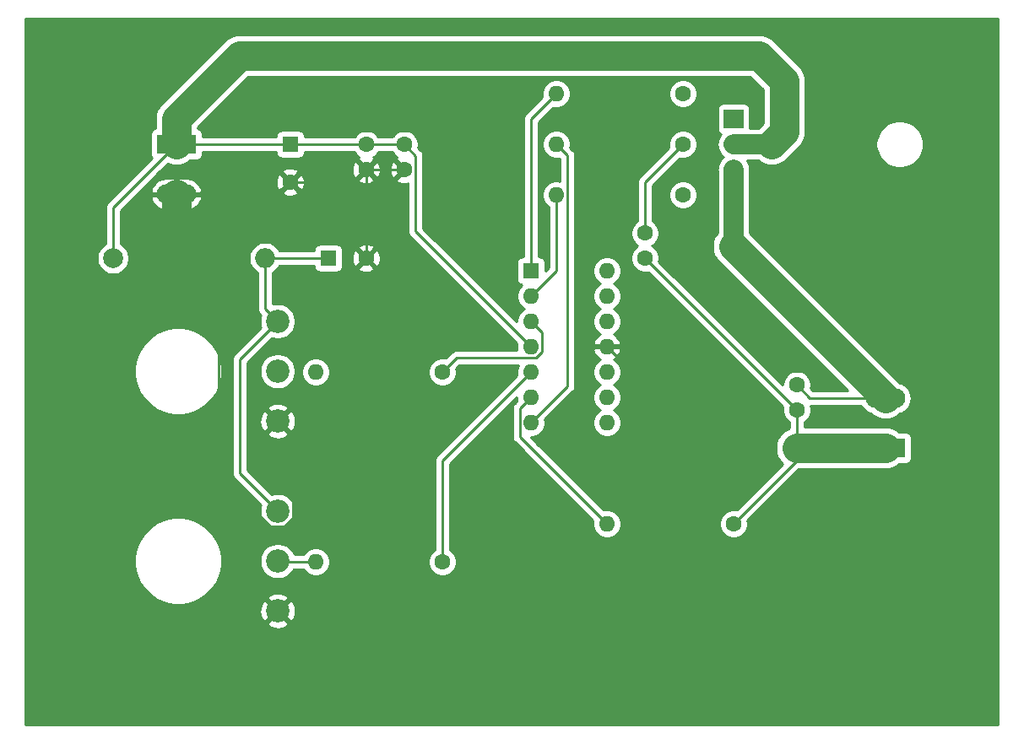
<source format=gbr>
%TF.GenerationSoftware,KiCad,Pcbnew,5.1.8*%
%TF.CreationDate,2021-01-03T19:29:45+03:30*%
%TF.ProjectId,rev-1.3,7265762d-312e-4332-9e6b-696361645f70,rev?*%
%TF.SameCoordinates,Original*%
%TF.FileFunction,Copper,L1,Top*%
%TF.FilePolarity,Positive*%
%FSLAX46Y46*%
G04 Gerber Fmt 4.6, Leading zero omitted, Abs format (unit mm)*
G04 Created by KiCad (PCBNEW 5.1.8) date 2021-01-03 19:29:45*
%MOMM*%
%LPD*%
G01*
G04 APERTURE LIST*
%TA.AperFunction,ComponentPad*%
%ADD10O,1.600000X1.600000*%
%TD*%
%TA.AperFunction,ComponentPad*%
%ADD11R,1.600000X1.600000*%
%TD*%
%TA.AperFunction,ComponentPad*%
%ADD12C,2.340000*%
%TD*%
%TA.AperFunction,ComponentPad*%
%ADD13C,1.600000*%
%TD*%
%TA.AperFunction,ComponentPad*%
%ADD14O,2.000000X1.905000*%
%TD*%
%TA.AperFunction,ComponentPad*%
%ADD15R,2.000000X1.905000*%
%TD*%
%TA.AperFunction,ComponentPad*%
%ADD16O,2.000000X2.000000*%
%TD*%
%TA.AperFunction,ComponentPad*%
%ADD17C,2.000000*%
%TD*%
%TA.AperFunction,ComponentPad*%
%ADD18O,3.960000X1.980000*%
%TD*%
%TA.AperFunction,ComponentPad*%
%ADD19R,3.960000X1.980000*%
%TD*%
%TA.AperFunction,Conductor*%
%ADD20C,0.250000*%
%TD*%
%TA.AperFunction,Conductor*%
%ADD21C,3.000000*%
%TD*%
%TA.AperFunction,Conductor*%
%ADD22C,2.000000*%
%TD*%
%TA.AperFunction,Conductor*%
%ADD23C,0.254000*%
%TD*%
%TA.AperFunction,Conductor*%
%ADD24C,0.100000*%
%TD*%
G04 APERTURE END LIST*
D10*
%TO.P,U1,14*%
%TO.N,N/C*%
X135890000Y-40640000D03*
%TO.P,U1,7*%
%TO.N,Net-(R6-Pad2)*%
X128270000Y-55880000D03*
%TO.P,U1,13*%
%TO.N,N/C*%
X135890000Y-43180000D03*
%TO.P,U1,6*%
%TO.N,Net-(R7-Pad2)*%
X128270000Y-53340000D03*
%TO.P,U1,12*%
%TO.N,N/C*%
X135890000Y-45720000D03*
%TO.P,U1,5*%
%TO.N,Net-(R5-Pad1)*%
X128270000Y-50800000D03*
%TO.P,U1,11*%
%TO.N,V_IN-*%
X135890000Y-48260000D03*
%TO.P,U1,4*%
%TO.N,V_IN+*%
X128270000Y-48260000D03*
%TO.P,U1,10*%
%TO.N,N/C*%
X135890000Y-50800000D03*
%TO.P,U1,3*%
%TO.N,Net-(R2-Pad1)*%
X128270000Y-45720000D03*
%TO.P,U1,9*%
%TO.N,N/C*%
X135890000Y-53340000D03*
%TO.P,U1,2*%
%TO.N,Net-(R4-Pad2)*%
X128270000Y-43180000D03*
%TO.P,U1,8*%
%TO.N,N/C*%
X135890000Y-55880000D03*
D11*
%TO.P,U1,1*%
%TO.N,Net-(R3-Pad2)*%
X128270000Y-40640000D03*
%TD*%
D12*
%TO.P,RV2,1*%
%TO.N,Net-(C2-Pad1)*%
X102870000Y-64770000D03*
%TO.P,RV2,2*%
%TO.N,Net-(R5-Pad2)*%
X102870000Y-69770000D03*
%TO.P,RV2,3*%
%TO.N,V_IN-*%
X102870000Y-74770000D03*
%TD*%
%TO.P,RV1,1*%
%TO.N,Net-(C2-Pad1)*%
X102870000Y-45720000D03*
%TO.P,RV1,2*%
%TO.N,Net-(R2-Pad2)*%
X102870000Y-50720000D03*
%TO.P,RV1,3*%
%TO.N,V_IN-*%
X102870000Y-55720000D03*
%TD*%
D10*
%TO.P,R7,2*%
%TO.N,Net-(R7-Pad2)*%
X135890000Y-66040000D03*
D13*
%TO.P,R7,1*%
%TO.N,Out-*%
X148590000Y-66040000D03*
%TD*%
D10*
%TO.P,R6,2*%
%TO.N,Net-(R6-Pad2)*%
X130810000Y-27940000D03*
D13*
%TO.P,R6,1*%
%TO.N,Net-(C6-Pad2)*%
X143510000Y-27940000D03*
%TD*%
D10*
%TO.P,R5,2*%
%TO.N,Net-(R5-Pad2)*%
X106680000Y-69850000D03*
D13*
%TO.P,R5,1*%
%TO.N,Net-(R5-Pad1)*%
X119380000Y-69850000D03*
%TD*%
D10*
%TO.P,R4,2*%
%TO.N,Net-(R4-Pad2)*%
X130810000Y-33020000D03*
D13*
%TO.P,R4,1*%
%TO.N,Out+*%
X143510000Y-33020000D03*
%TD*%
D10*
%TO.P,R3,2*%
%TO.N,Net-(R3-Pad2)*%
X130810000Y-22860000D03*
D13*
%TO.P,R3,1*%
%TO.N,Net-(C6-Pad2)*%
X143510000Y-22860000D03*
%TD*%
D10*
%TO.P,R2,2*%
%TO.N,Net-(R2-Pad2)*%
X106680000Y-50800000D03*
D13*
%TO.P,R2,1*%
%TO.N,Net-(R2-Pad1)*%
X119380000Y-50800000D03*
%TD*%
D10*
%TO.P,R1,2*%
%TO.N,V_IN-*%
X142240000Y-58420000D03*
D13*
%TO.P,R1,1*%
%TO.N,Out-*%
X154940000Y-58420000D03*
%TD*%
D14*
%TO.P,Q1,3*%
%TO.N,Out+*%
X148590000Y-30480000D03*
%TO.P,Q1,2*%
%TO.N,V_IN+*%
X148590000Y-27940000D03*
D15*
%TO.P,Q1,1*%
%TO.N,Net-(C6-Pad2)*%
X148590000Y-25400000D03*
%TD*%
D16*
%TO.P,L2,2*%
%TO.N,Net-(C2-Pad1)*%
X101600000Y-39370000D03*
D17*
%TO.P,L2,1*%
%TO.N,V_IN+*%
X86360000Y-39370000D03*
%TD*%
D18*
%TO.P,J2,2*%
%TO.N,Out+*%
X163830000Y-53420000D03*
D19*
%TO.P,J2,1*%
%TO.N,Out-*%
X163830000Y-58420000D03*
%TD*%
D18*
%TO.P,J1,2*%
%TO.N,V_IN-*%
X92710000Y-32940000D03*
D19*
%TO.P,J1,1*%
%TO.N,V_IN+*%
X92710000Y-27940000D03*
%TD*%
D13*
%TO.P,C7,2*%
%TO.N,V_IN+*%
X111760000Y-27980000D03*
%TO.P,C7,1*%
%TO.N,V_IN-*%
X111760000Y-30480000D03*
%TD*%
%TO.P,C6,2*%
%TO.N,Net-(C6-Pad2)*%
X139700000Y-36870000D03*
%TO.P,C6,1*%
%TO.N,Out-*%
X139700000Y-39370000D03*
%TD*%
%TO.P,C5,2*%
%TO.N,Out+*%
X154940000Y-52110000D03*
%TO.P,C5,1*%
%TO.N,Out-*%
X154940000Y-54610000D03*
%TD*%
%TO.P,C4,2*%
%TO.N,V_IN+*%
X115570000Y-27980000D03*
%TO.P,C4,1*%
%TO.N,V_IN-*%
X115570000Y-30480000D03*
%TD*%
%TO.P,C3,2*%
%TO.N,V_IN-*%
X104140000Y-31740000D03*
D11*
%TO.P,C3,1*%
%TO.N,V_IN+*%
X104140000Y-27940000D03*
%TD*%
D13*
%TO.P,C2,2*%
%TO.N,V_IN-*%
X111750000Y-39370000D03*
D11*
%TO.P,C2,1*%
%TO.N,Net-(C2-Pad1)*%
X107950000Y-39370000D03*
%TD*%
D20*
%TO.N,V_IN-*%
X102940000Y-32940000D02*
X104140000Y-31740000D01*
X92710000Y-32940000D02*
X102940000Y-32940000D01*
X110500000Y-31740000D02*
X111760000Y-30480000D01*
X104140000Y-31740000D02*
X110500000Y-31740000D01*
X102870000Y-74770000D02*
X102870000Y-74930000D01*
X111750000Y-30490000D02*
X111760000Y-30480000D01*
X111750000Y-39370000D02*
X111750000Y-30490000D01*
D21*
X82550000Y-76200000D02*
X82550000Y-50800000D01*
X88900000Y-82550000D02*
X82550000Y-76200000D01*
X130810000Y-82550000D02*
X88900000Y-82550000D01*
X142240000Y-58420000D02*
X142240000Y-71120000D01*
X142240000Y-71120000D02*
X130810000Y-82550000D01*
X92710000Y-32940000D02*
X92710000Y-40640000D01*
D20*
X111760000Y-30480000D02*
X115570000Y-30480000D01*
X96945001Y-47415001D02*
X91440000Y-41910000D01*
X96945001Y-61057603D02*
X96945001Y-47415001D01*
X103587601Y-66265001D02*
X102152399Y-66265001D01*
X104365001Y-57215001D02*
X104365001Y-65487601D01*
X104365001Y-65487601D02*
X103587601Y-66265001D01*
X102870000Y-55720000D02*
X104365001Y-57215001D01*
D21*
X91440000Y-41910000D02*
X92710000Y-40640000D01*
D20*
X102152399Y-66265001D02*
X96945001Y-61057603D01*
D21*
X82550000Y-50800000D02*
X91440000Y-41910000D01*
D20*
X142240000Y-54610000D02*
X142240000Y-58420000D01*
X135890000Y-48260000D02*
X142240000Y-54610000D01*
%TO.N,Net-(C2-Pad1)*%
X101600000Y-44450000D02*
X102870000Y-45720000D01*
X101600000Y-39370000D02*
X101600000Y-44450000D01*
X102870000Y-64770000D02*
X99060000Y-60960000D01*
X99060000Y-49530000D02*
X102870000Y-45720000D01*
X99060000Y-60960000D02*
X99060000Y-49530000D01*
X101600000Y-39370000D02*
X107950000Y-39370000D01*
D21*
%TO.N,V_IN+*%
X92710000Y-27940000D02*
X92710000Y-25400000D01*
X92710000Y-25400000D02*
X99060000Y-19050000D01*
X99060000Y-19050000D02*
X151130000Y-19050000D01*
X151130000Y-19050000D02*
X153670000Y-21590000D01*
X153670000Y-21590000D02*
X153670000Y-26670000D01*
D22*
X152400000Y-27940000D02*
X148590000Y-27940000D01*
D21*
X153670000Y-26670000D02*
X152400000Y-27940000D01*
D20*
X92710000Y-27940000D02*
X104140000Y-27940000D01*
X111720000Y-27940000D02*
X111760000Y-27980000D01*
X104140000Y-27940000D02*
X111720000Y-27940000D01*
X86360000Y-34290000D02*
X86360000Y-39370000D01*
X92710000Y-27940000D02*
X86360000Y-34290000D01*
X111760000Y-27980000D02*
X115570000Y-27980000D01*
X116695001Y-36685001D02*
X128270000Y-48260000D01*
X115570000Y-27980000D02*
X116695001Y-29105001D01*
X116695001Y-29105001D02*
X116695001Y-36685001D01*
D21*
%TO.N,Out+*%
X148590000Y-38180000D02*
X163830000Y-53420000D01*
D22*
X148590000Y-30480000D02*
X148590000Y-38180000D01*
D20*
X156250000Y-53420000D02*
X154940000Y-52110000D01*
X163830000Y-53420000D02*
X156250000Y-53420000D01*
%TO.N,Net-(C6-Pad2)*%
X139700000Y-31750000D02*
X143510000Y-27940000D01*
X139700000Y-36870000D02*
X139700000Y-31750000D01*
D21*
%TO.N,Out-*%
X154940000Y-58420000D02*
X163830000Y-58420000D01*
D20*
X154940000Y-54610000D02*
X154940000Y-58420000D01*
X154940000Y-59690000D02*
X148590000Y-66040000D01*
X154940000Y-58420000D02*
X154940000Y-59690000D01*
X139700000Y-39370000D02*
X154940000Y-54610000D01*
%TO.N,Net-(R2-Pad1)*%
X129395001Y-48800001D02*
X129395001Y-46845001D01*
X128810001Y-49385001D02*
X129395001Y-48800001D01*
X129395001Y-46845001D02*
X128270000Y-45720000D01*
X120794999Y-49385001D02*
X128810001Y-49385001D01*
X119380000Y-50800000D02*
X120794999Y-49385001D01*
%TO.N,Net-(R3-Pad2)*%
X128270000Y-25400000D02*
X128270000Y-40640000D01*
X130810000Y-22860000D02*
X128270000Y-25400000D01*
%TO.N,Net-(R4-Pad2)*%
X130810000Y-40640000D02*
X128270000Y-43180000D01*
X130810000Y-33020000D02*
X130810000Y-40640000D01*
%TO.N,Net-(R5-Pad2)*%
X102950000Y-69850000D02*
X102870000Y-69770000D01*
X106680000Y-69850000D02*
X102950000Y-69850000D01*
%TO.N,Net-(R5-Pad1)*%
X119380000Y-59690000D02*
X128270000Y-50800000D01*
X119380000Y-69850000D02*
X119380000Y-59690000D01*
%TO.N,Net-(R6-Pad2)*%
X131935001Y-52214999D02*
X128270000Y-55880000D01*
X131935001Y-29065001D02*
X131935001Y-52214999D01*
X130810000Y-27940000D02*
X131935001Y-29065001D01*
%TO.N,Net-(R7-Pad2)*%
X127144999Y-57294999D02*
X135890000Y-66040000D01*
X127144999Y-54465001D02*
X127144999Y-57294999D01*
X128270000Y-53340000D02*
X127144999Y-54465001D01*
%TD*%
D23*
%TO.N,V_IN-*%
X175133000Y-86233000D02*
X77597000Y-86233000D01*
X77597000Y-76026602D01*
X101793003Y-76026602D01*
X101909275Y-76308389D01*
X102227860Y-76466257D01*
X102571122Y-76558938D01*
X102925869Y-76582873D01*
X103278470Y-76537139D01*
X103615373Y-76423495D01*
X103830725Y-76308389D01*
X103946997Y-76026602D01*
X102870000Y-74949605D01*
X101793003Y-76026602D01*
X77597000Y-76026602D01*
X77597000Y-74825869D01*
X101057127Y-74825869D01*
X101102861Y-75178470D01*
X101216505Y-75515373D01*
X101331611Y-75730725D01*
X101613398Y-75846997D01*
X102690395Y-74770000D01*
X103049605Y-74770000D01*
X104126602Y-75846997D01*
X104408389Y-75730725D01*
X104566257Y-75412140D01*
X104658938Y-75068878D01*
X104682873Y-74714131D01*
X104637139Y-74361530D01*
X104523495Y-74024627D01*
X104408389Y-73809275D01*
X104126602Y-73693003D01*
X103049605Y-74770000D01*
X102690395Y-74770000D01*
X101613398Y-73693003D01*
X101331611Y-73809275D01*
X101173743Y-74127860D01*
X101081062Y-74471122D01*
X101057127Y-74825869D01*
X77597000Y-74825869D01*
X77597000Y-69338115D01*
X88485000Y-69338115D01*
X88485000Y-70201885D01*
X88653513Y-71049057D01*
X88984064Y-71847076D01*
X89463948Y-72565274D01*
X90074726Y-73176052D01*
X90792924Y-73655936D01*
X91590943Y-73986487D01*
X92438115Y-74155000D01*
X93301885Y-74155000D01*
X94149057Y-73986487D01*
X94947076Y-73655936D01*
X95160399Y-73513398D01*
X101793003Y-73513398D01*
X102870000Y-74590395D01*
X103946997Y-73513398D01*
X103830725Y-73231611D01*
X103512140Y-73073743D01*
X103168878Y-72981062D01*
X102814131Y-72957127D01*
X102461530Y-73002861D01*
X102124627Y-73116505D01*
X101909275Y-73231611D01*
X101793003Y-73513398D01*
X95160399Y-73513398D01*
X95665274Y-73176052D01*
X96276052Y-72565274D01*
X96755936Y-71847076D01*
X97086487Y-71049057D01*
X97255000Y-70201885D01*
X97255000Y-69592223D01*
X101065000Y-69592223D01*
X101065000Y-69947777D01*
X101134365Y-70296499D01*
X101270429Y-70624988D01*
X101467965Y-70920621D01*
X101719379Y-71172035D01*
X102015012Y-71369571D01*
X102343501Y-71505635D01*
X102692223Y-71575000D01*
X103047777Y-71575000D01*
X103396499Y-71505635D01*
X103724988Y-71369571D01*
X104020621Y-71172035D01*
X104272035Y-70920621D01*
X104469571Y-70624988D01*
X104475779Y-70610000D01*
X105461957Y-70610000D01*
X105565363Y-70764759D01*
X105765241Y-70964637D01*
X106000273Y-71121680D01*
X106261426Y-71229853D01*
X106538665Y-71285000D01*
X106821335Y-71285000D01*
X107098574Y-71229853D01*
X107359727Y-71121680D01*
X107594759Y-70964637D01*
X107794637Y-70764759D01*
X107951680Y-70529727D01*
X108059853Y-70268574D01*
X108115000Y-69991335D01*
X108115000Y-69708665D01*
X108059853Y-69431426D01*
X107951680Y-69170273D01*
X107794637Y-68935241D01*
X107594759Y-68735363D01*
X107359727Y-68578320D01*
X107098574Y-68470147D01*
X106821335Y-68415000D01*
X106538665Y-68415000D01*
X106261426Y-68470147D01*
X106000273Y-68578320D01*
X105765241Y-68735363D01*
X105565363Y-68935241D01*
X105461957Y-69090000D01*
X104542053Y-69090000D01*
X104469571Y-68915012D01*
X104272035Y-68619379D01*
X104020621Y-68367965D01*
X103724988Y-68170429D01*
X103396499Y-68034365D01*
X103047777Y-67965000D01*
X102692223Y-67965000D01*
X102343501Y-68034365D01*
X102015012Y-68170429D01*
X101719379Y-68367965D01*
X101467965Y-68619379D01*
X101270429Y-68915012D01*
X101134365Y-69243501D01*
X101065000Y-69592223D01*
X97255000Y-69592223D01*
X97255000Y-69338115D01*
X97086487Y-68490943D01*
X96755936Y-67692924D01*
X96276052Y-66974726D01*
X95665274Y-66363948D01*
X94947076Y-65884064D01*
X94149057Y-65553513D01*
X93301885Y-65385000D01*
X92438115Y-65385000D01*
X91590943Y-65553513D01*
X90792924Y-65884064D01*
X90074726Y-66363948D01*
X89463948Y-66974726D01*
X88984064Y-67692924D01*
X88653513Y-68490943D01*
X88485000Y-69338115D01*
X77597000Y-69338115D01*
X77597000Y-50288115D01*
X88485000Y-50288115D01*
X88485000Y-51151885D01*
X88653513Y-51999057D01*
X88984064Y-52797076D01*
X89463948Y-53515274D01*
X90074726Y-54126052D01*
X90792924Y-54605936D01*
X91590943Y-54936487D01*
X92438115Y-55105000D01*
X93301885Y-55105000D01*
X94149057Y-54936487D01*
X94947076Y-54605936D01*
X95665274Y-54126052D01*
X96276052Y-53515274D01*
X96755936Y-52797076D01*
X97086487Y-51999057D01*
X97255000Y-51151885D01*
X97255000Y-50288115D01*
X97104202Y-49530000D01*
X98296324Y-49530000D01*
X98300001Y-49567332D01*
X98300000Y-60922678D01*
X98296324Y-60960000D01*
X98300000Y-60997322D01*
X98300000Y-60997332D01*
X98310997Y-61108985D01*
X98354454Y-61252246D01*
X98425026Y-61384276D01*
X98464871Y-61432826D01*
X98519999Y-61500001D01*
X98549003Y-61523804D01*
X101173710Y-64148512D01*
X101134365Y-64243501D01*
X101065000Y-64592223D01*
X101065000Y-64947777D01*
X101134365Y-65296499D01*
X101270429Y-65624988D01*
X101467965Y-65920621D01*
X101719379Y-66172035D01*
X102015012Y-66369571D01*
X102343501Y-66505635D01*
X102692223Y-66575000D01*
X103047777Y-66575000D01*
X103396499Y-66505635D01*
X103724988Y-66369571D01*
X104020621Y-66172035D01*
X104272035Y-65920621D01*
X104469571Y-65624988D01*
X104605635Y-65296499D01*
X104675000Y-64947777D01*
X104675000Y-64592223D01*
X104605635Y-64243501D01*
X104469571Y-63915012D01*
X104272035Y-63619379D01*
X104020621Y-63367965D01*
X103724988Y-63170429D01*
X103396499Y-63034365D01*
X103047777Y-62965000D01*
X102692223Y-62965000D01*
X102343501Y-63034365D01*
X102248512Y-63073710D01*
X99820000Y-60645199D01*
X99820000Y-56976602D01*
X101793003Y-56976602D01*
X101909275Y-57258389D01*
X102227860Y-57416257D01*
X102571122Y-57508938D01*
X102925869Y-57532873D01*
X103278470Y-57487139D01*
X103615373Y-57373495D01*
X103830725Y-57258389D01*
X103946997Y-56976602D01*
X102870000Y-55899605D01*
X101793003Y-56976602D01*
X99820000Y-56976602D01*
X99820000Y-55775869D01*
X101057127Y-55775869D01*
X101102861Y-56128470D01*
X101216505Y-56465373D01*
X101331611Y-56680725D01*
X101613398Y-56796997D01*
X102690395Y-55720000D01*
X103049605Y-55720000D01*
X104126602Y-56796997D01*
X104408389Y-56680725D01*
X104566257Y-56362140D01*
X104658938Y-56018878D01*
X104682873Y-55664131D01*
X104637139Y-55311530D01*
X104523495Y-54974627D01*
X104408389Y-54759275D01*
X104126602Y-54643003D01*
X103049605Y-55720000D01*
X102690395Y-55720000D01*
X101613398Y-54643003D01*
X101331611Y-54759275D01*
X101173743Y-55077860D01*
X101081062Y-55421122D01*
X101057127Y-55775869D01*
X99820000Y-55775869D01*
X99820000Y-54463398D01*
X101793003Y-54463398D01*
X102870000Y-55540395D01*
X103946997Y-54463398D01*
X103830725Y-54181611D01*
X103512140Y-54023743D01*
X103168878Y-53931062D01*
X102814131Y-53907127D01*
X102461530Y-53952861D01*
X102124627Y-54066505D01*
X101909275Y-54181611D01*
X101793003Y-54463398D01*
X99820000Y-54463398D01*
X99820000Y-50542223D01*
X101065000Y-50542223D01*
X101065000Y-50897777D01*
X101134365Y-51246499D01*
X101270429Y-51574988D01*
X101467965Y-51870621D01*
X101719379Y-52122035D01*
X102015012Y-52319571D01*
X102343501Y-52455635D01*
X102692223Y-52525000D01*
X103047777Y-52525000D01*
X103396499Y-52455635D01*
X103724988Y-52319571D01*
X104020621Y-52122035D01*
X104272035Y-51870621D01*
X104469571Y-51574988D01*
X104605635Y-51246499D01*
X104675000Y-50897777D01*
X104675000Y-50658665D01*
X105245000Y-50658665D01*
X105245000Y-50941335D01*
X105300147Y-51218574D01*
X105408320Y-51479727D01*
X105565363Y-51714759D01*
X105765241Y-51914637D01*
X106000273Y-52071680D01*
X106261426Y-52179853D01*
X106538665Y-52235000D01*
X106821335Y-52235000D01*
X107098574Y-52179853D01*
X107359727Y-52071680D01*
X107594759Y-51914637D01*
X107794637Y-51714759D01*
X107951680Y-51479727D01*
X108059853Y-51218574D01*
X108115000Y-50941335D01*
X108115000Y-50658665D01*
X108059853Y-50381426D01*
X107951680Y-50120273D01*
X107794637Y-49885241D01*
X107594759Y-49685363D01*
X107359727Y-49528320D01*
X107098574Y-49420147D01*
X106821335Y-49365000D01*
X106538665Y-49365000D01*
X106261426Y-49420147D01*
X106000273Y-49528320D01*
X105765241Y-49685363D01*
X105565363Y-49885241D01*
X105408320Y-50120273D01*
X105300147Y-50381426D01*
X105245000Y-50658665D01*
X104675000Y-50658665D01*
X104675000Y-50542223D01*
X104605635Y-50193501D01*
X104469571Y-49865012D01*
X104272035Y-49569379D01*
X104020621Y-49317965D01*
X103724988Y-49120429D01*
X103396499Y-48984365D01*
X103047777Y-48915000D01*
X102692223Y-48915000D01*
X102343501Y-48984365D01*
X102015012Y-49120429D01*
X101719379Y-49317965D01*
X101467965Y-49569379D01*
X101270429Y-49865012D01*
X101134365Y-50193501D01*
X101065000Y-50542223D01*
X99820000Y-50542223D01*
X99820000Y-49844801D01*
X102248512Y-47416290D01*
X102343501Y-47455635D01*
X102692223Y-47525000D01*
X103047777Y-47525000D01*
X103396499Y-47455635D01*
X103724988Y-47319571D01*
X104020621Y-47122035D01*
X104272035Y-46870621D01*
X104469571Y-46574988D01*
X104605635Y-46246499D01*
X104675000Y-45897777D01*
X104675000Y-45542223D01*
X104605635Y-45193501D01*
X104469571Y-44865012D01*
X104272035Y-44569379D01*
X104020621Y-44317965D01*
X103724988Y-44120429D01*
X103396499Y-43984365D01*
X103047777Y-43915000D01*
X102692223Y-43915000D01*
X102360000Y-43981083D01*
X102360000Y-40824909D01*
X102374463Y-40818918D01*
X102642252Y-40639987D01*
X102869987Y-40412252D01*
X103048918Y-40144463D01*
X103054909Y-40130000D01*
X106511928Y-40130000D01*
X106511928Y-40170000D01*
X106524188Y-40294482D01*
X106560498Y-40414180D01*
X106619463Y-40524494D01*
X106698815Y-40621185D01*
X106795506Y-40700537D01*
X106905820Y-40759502D01*
X107025518Y-40795812D01*
X107150000Y-40808072D01*
X108750000Y-40808072D01*
X108874482Y-40795812D01*
X108994180Y-40759502D01*
X109104494Y-40700537D01*
X109201185Y-40621185D01*
X109280537Y-40524494D01*
X109339502Y-40414180D01*
X109355117Y-40362702D01*
X110936903Y-40362702D01*
X111008486Y-40606671D01*
X111263996Y-40727571D01*
X111538184Y-40796300D01*
X111820512Y-40810217D01*
X112100130Y-40768787D01*
X112366292Y-40673603D01*
X112491514Y-40606671D01*
X112563097Y-40362702D01*
X111750000Y-39549605D01*
X110936903Y-40362702D01*
X109355117Y-40362702D01*
X109375812Y-40294482D01*
X109388072Y-40170000D01*
X109388072Y-39440512D01*
X110309783Y-39440512D01*
X110351213Y-39720130D01*
X110446397Y-39986292D01*
X110513329Y-40111514D01*
X110757298Y-40183097D01*
X111570395Y-39370000D01*
X111929605Y-39370000D01*
X112742702Y-40183097D01*
X112986671Y-40111514D01*
X113107571Y-39856004D01*
X113176300Y-39581816D01*
X113190217Y-39299488D01*
X113148787Y-39019870D01*
X113053603Y-38753708D01*
X112986671Y-38628486D01*
X112742702Y-38556903D01*
X111929605Y-39370000D01*
X111570395Y-39370000D01*
X110757298Y-38556903D01*
X110513329Y-38628486D01*
X110392429Y-38883996D01*
X110323700Y-39158184D01*
X110309783Y-39440512D01*
X109388072Y-39440512D01*
X109388072Y-38570000D01*
X109375812Y-38445518D01*
X109355118Y-38377298D01*
X110936903Y-38377298D01*
X111750000Y-39190395D01*
X112563097Y-38377298D01*
X112491514Y-38133329D01*
X112236004Y-38012429D01*
X111961816Y-37943700D01*
X111679488Y-37929783D01*
X111399870Y-37971213D01*
X111133708Y-38066397D01*
X111008486Y-38133329D01*
X110936903Y-38377298D01*
X109355118Y-38377298D01*
X109339502Y-38325820D01*
X109280537Y-38215506D01*
X109201185Y-38118815D01*
X109104494Y-38039463D01*
X108994180Y-37980498D01*
X108874482Y-37944188D01*
X108750000Y-37931928D01*
X107150000Y-37931928D01*
X107025518Y-37944188D01*
X106905820Y-37980498D01*
X106795506Y-38039463D01*
X106698815Y-38118815D01*
X106619463Y-38215506D01*
X106560498Y-38325820D01*
X106524188Y-38445518D01*
X106511928Y-38570000D01*
X106511928Y-38610000D01*
X103054909Y-38610000D01*
X103048918Y-38595537D01*
X102869987Y-38327748D01*
X102642252Y-38100013D01*
X102374463Y-37921082D01*
X102076912Y-37797832D01*
X101761033Y-37735000D01*
X101438967Y-37735000D01*
X101123088Y-37797832D01*
X100825537Y-37921082D01*
X100557748Y-38100013D01*
X100330013Y-38327748D01*
X100151082Y-38595537D01*
X100027832Y-38893088D01*
X99965000Y-39208967D01*
X99965000Y-39531033D01*
X100027832Y-39846912D01*
X100151082Y-40144463D01*
X100330013Y-40412252D01*
X100557748Y-40639987D01*
X100825537Y-40818918D01*
X100840000Y-40824909D01*
X100840001Y-44412668D01*
X100836324Y-44450000D01*
X100840001Y-44487333D01*
X100850998Y-44598986D01*
X100855856Y-44615000D01*
X100894454Y-44742246D01*
X100965026Y-44874276D01*
X101032362Y-44956324D01*
X101060000Y-44990001D01*
X101088998Y-45013799D01*
X101173711Y-45098512D01*
X101134365Y-45193501D01*
X101065000Y-45542223D01*
X101065000Y-45897777D01*
X101134365Y-46246499D01*
X101173710Y-46341488D01*
X98548998Y-48966201D01*
X98520000Y-48989999D01*
X98496202Y-49018997D01*
X98496201Y-49018998D01*
X98425026Y-49105724D01*
X98354454Y-49237754D01*
X98332235Y-49311004D01*
X98310998Y-49381014D01*
X98300001Y-49492667D01*
X98296324Y-49530000D01*
X97104202Y-49530000D01*
X97086487Y-49440943D01*
X96755936Y-48642924D01*
X96276052Y-47924726D01*
X95665274Y-47313948D01*
X94947076Y-46834064D01*
X94149057Y-46503513D01*
X93301885Y-46335000D01*
X92438115Y-46335000D01*
X91590943Y-46503513D01*
X90792924Y-46834064D01*
X90074726Y-47313948D01*
X89463948Y-47924726D01*
X88984064Y-48642924D01*
X88653513Y-49440943D01*
X88485000Y-50288115D01*
X77597000Y-50288115D01*
X77597000Y-39208967D01*
X84725000Y-39208967D01*
X84725000Y-39531033D01*
X84787832Y-39846912D01*
X84911082Y-40144463D01*
X85090013Y-40412252D01*
X85317748Y-40639987D01*
X85585537Y-40818918D01*
X85883088Y-40942168D01*
X86198967Y-41005000D01*
X86521033Y-41005000D01*
X86836912Y-40942168D01*
X87134463Y-40818918D01*
X87402252Y-40639987D01*
X87629987Y-40412252D01*
X87808918Y-40144463D01*
X87932168Y-39846912D01*
X87995000Y-39531033D01*
X87995000Y-39208967D01*
X87932168Y-38893088D01*
X87808918Y-38595537D01*
X87629987Y-38327748D01*
X87402252Y-38100013D01*
X87134463Y-37921082D01*
X87120000Y-37915091D01*
X87120000Y-34604801D01*
X88405936Y-33318865D01*
X90139782Y-33318865D01*
X90170095Y-33444528D01*
X90298304Y-33737205D01*
X90481148Y-33999246D01*
X90711601Y-34220581D01*
X90980806Y-34392704D01*
X91278418Y-34509000D01*
X91593000Y-34565000D01*
X92583000Y-34565000D01*
X92583000Y-33067000D01*
X92837000Y-33067000D01*
X92837000Y-34565000D01*
X93827000Y-34565000D01*
X94141582Y-34509000D01*
X94439194Y-34392704D01*
X94708399Y-34220581D01*
X94938852Y-33999246D01*
X95121696Y-33737205D01*
X95249905Y-33444528D01*
X95280218Y-33318865D01*
X95160740Y-33067000D01*
X92837000Y-33067000D01*
X92583000Y-33067000D01*
X90259260Y-33067000D01*
X90139782Y-33318865D01*
X88405936Y-33318865D01*
X89163666Y-32561135D01*
X90139782Y-32561135D01*
X90259260Y-32813000D01*
X92583000Y-32813000D01*
X92583000Y-31315000D01*
X92837000Y-31315000D01*
X92837000Y-32813000D01*
X95160740Y-32813000D01*
X95198831Y-32732702D01*
X103326903Y-32732702D01*
X103398486Y-32976671D01*
X103653996Y-33097571D01*
X103928184Y-33166300D01*
X104210512Y-33180217D01*
X104490130Y-33138787D01*
X104756292Y-33043603D01*
X104881514Y-32976671D01*
X104953097Y-32732702D01*
X104140000Y-31919605D01*
X103326903Y-32732702D01*
X95198831Y-32732702D01*
X95280218Y-32561135D01*
X95249905Y-32435472D01*
X95121696Y-32142795D01*
X94938852Y-31880754D01*
X94865717Y-31810512D01*
X102699783Y-31810512D01*
X102741213Y-32090130D01*
X102836397Y-32356292D01*
X102903329Y-32481514D01*
X103147298Y-32553097D01*
X103960395Y-31740000D01*
X104319605Y-31740000D01*
X105132702Y-32553097D01*
X105376671Y-32481514D01*
X105497571Y-32226004D01*
X105566300Y-31951816D01*
X105580217Y-31669488D01*
X105551060Y-31472702D01*
X110946903Y-31472702D01*
X111018486Y-31716671D01*
X111273996Y-31837571D01*
X111548184Y-31906300D01*
X111830512Y-31920217D01*
X112110130Y-31878787D01*
X112376292Y-31783603D01*
X112501514Y-31716671D01*
X112573097Y-31472702D01*
X111760000Y-30659605D01*
X110946903Y-31472702D01*
X105551060Y-31472702D01*
X105538787Y-31389870D01*
X105443603Y-31123708D01*
X105376671Y-30998486D01*
X105132702Y-30926903D01*
X104319605Y-31740000D01*
X103960395Y-31740000D01*
X103147298Y-30926903D01*
X102903329Y-30998486D01*
X102782429Y-31253996D01*
X102713700Y-31528184D01*
X102699783Y-31810512D01*
X94865717Y-31810512D01*
X94708399Y-31659419D01*
X94439194Y-31487296D01*
X94141582Y-31371000D01*
X93827000Y-31315000D01*
X92837000Y-31315000D01*
X92583000Y-31315000D01*
X91593000Y-31315000D01*
X91278418Y-31371000D01*
X90980806Y-31487296D01*
X90711601Y-31659419D01*
X90481148Y-31880754D01*
X90298304Y-32142795D01*
X90170095Y-32435472D01*
X90139782Y-32561135D01*
X89163666Y-32561135D01*
X90977503Y-30747298D01*
X103326903Y-30747298D01*
X104140000Y-31560395D01*
X104953097Y-30747298D01*
X104895358Y-30550512D01*
X110319783Y-30550512D01*
X110361213Y-30830130D01*
X110456397Y-31096292D01*
X110523329Y-31221514D01*
X110767298Y-31293097D01*
X111580395Y-30480000D01*
X111939605Y-30480000D01*
X112752702Y-31293097D01*
X112996671Y-31221514D01*
X113117571Y-30966004D01*
X113186300Y-30691816D01*
X113193265Y-30550512D01*
X114129783Y-30550512D01*
X114171213Y-30830130D01*
X114266397Y-31096292D01*
X114333329Y-31221514D01*
X114577298Y-31293097D01*
X115390395Y-30480000D01*
X114577298Y-29666903D01*
X114333329Y-29738486D01*
X114212429Y-29993996D01*
X114143700Y-30268184D01*
X114129783Y-30550512D01*
X113193265Y-30550512D01*
X113200217Y-30409488D01*
X113158787Y-30129870D01*
X113063603Y-29863708D01*
X112996671Y-29738486D01*
X112752702Y-29666903D01*
X111939605Y-30480000D01*
X111580395Y-30480000D01*
X110767298Y-29666903D01*
X110523329Y-29738486D01*
X110402429Y-29993996D01*
X110333700Y-30268184D01*
X110319783Y-30550512D01*
X104895358Y-30550512D01*
X104881514Y-30503329D01*
X104626004Y-30382429D01*
X104351816Y-30313700D01*
X104069488Y-30299783D01*
X103789870Y-30341213D01*
X103523708Y-30436397D01*
X103398486Y-30503329D01*
X103326903Y-30747298D01*
X90977503Y-30747298D01*
X91832816Y-29891986D01*
X91889018Y-29922026D01*
X92291467Y-30044108D01*
X92710000Y-30085330D01*
X93128532Y-30044108D01*
X93530981Y-29922026D01*
X93901881Y-29723777D01*
X94091608Y-29568072D01*
X94690000Y-29568072D01*
X94814482Y-29555812D01*
X94934180Y-29519502D01*
X95044494Y-29460537D01*
X95141185Y-29381185D01*
X95220537Y-29284494D01*
X95279502Y-29174180D01*
X95315812Y-29054482D01*
X95328072Y-28930000D01*
X95328072Y-28700000D01*
X102701928Y-28700000D01*
X102701928Y-28740000D01*
X102714188Y-28864482D01*
X102750498Y-28984180D01*
X102809463Y-29094494D01*
X102888815Y-29191185D01*
X102985506Y-29270537D01*
X103095820Y-29329502D01*
X103215518Y-29365812D01*
X103340000Y-29378072D01*
X104940000Y-29378072D01*
X105064482Y-29365812D01*
X105184180Y-29329502D01*
X105294494Y-29270537D01*
X105391185Y-29191185D01*
X105470537Y-29094494D01*
X105529502Y-28984180D01*
X105565812Y-28864482D01*
X105578072Y-28740000D01*
X105578072Y-28700000D01*
X110515229Y-28700000D01*
X110645363Y-28894759D01*
X110845241Y-29094637D01*
X111045869Y-29228692D01*
X111018486Y-29243329D01*
X110946903Y-29487298D01*
X111760000Y-30300395D01*
X112573097Y-29487298D01*
X112501514Y-29243329D01*
X112472659Y-29229676D01*
X112674759Y-29094637D01*
X112874637Y-28894759D01*
X112978043Y-28740000D01*
X114351957Y-28740000D01*
X114455363Y-28894759D01*
X114655241Y-29094637D01*
X114855869Y-29228692D01*
X114828486Y-29243329D01*
X114756903Y-29487298D01*
X115570000Y-30300395D01*
X115584143Y-30286253D01*
X115763748Y-30465858D01*
X115749605Y-30480000D01*
X115763748Y-30494143D01*
X115584143Y-30673748D01*
X115570000Y-30659605D01*
X114756903Y-31472702D01*
X114828486Y-31716671D01*
X115083996Y-31837571D01*
X115358184Y-31906300D01*
X115640512Y-31920217D01*
X115920130Y-31878787D01*
X115935001Y-31873469D01*
X115935002Y-36647669D01*
X115931325Y-36685001D01*
X115945999Y-36833986D01*
X115989455Y-36977247D01*
X116060027Y-37109277D01*
X116103499Y-37162247D01*
X116155001Y-37225002D01*
X116183999Y-37248800D01*
X126871312Y-47936114D01*
X126835000Y-48118665D01*
X126835000Y-48401335D01*
X126879491Y-48625001D01*
X120832324Y-48625001D01*
X120794999Y-48621325D01*
X120757674Y-48625001D01*
X120757666Y-48625001D01*
X120646013Y-48635998D01*
X120502752Y-48679455D01*
X120370723Y-48750027D01*
X120254998Y-48845000D01*
X120231200Y-48873998D01*
X119703886Y-49401312D01*
X119521335Y-49365000D01*
X119238665Y-49365000D01*
X118961426Y-49420147D01*
X118700273Y-49528320D01*
X118465241Y-49685363D01*
X118265363Y-49885241D01*
X118108320Y-50120273D01*
X118000147Y-50381426D01*
X117945000Y-50658665D01*
X117945000Y-50941335D01*
X118000147Y-51218574D01*
X118108320Y-51479727D01*
X118265363Y-51714759D01*
X118465241Y-51914637D01*
X118700273Y-52071680D01*
X118961426Y-52179853D01*
X119238665Y-52235000D01*
X119521335Y-52235000D01*
X119798574Y-52179853D01*
X120059727Y-52071680D01*
X120294759Y-51914637D01*
X120494637Y-51714759D01*
X120651680Y-51479727D01*
X120759853Y-51218574D01*
X120815000Y-50941335D01*
X120815000Y-50658665D01*
X120778688Y-50476114D01*
X121109801Y-50145001D01*
X126988077Y-50145001D01*
X126890147Y-50381426D01*
X126835000Y-50658665D01*
X126835000Y-50941335D01*
X126871312Y-51123886D01*
X118868998Y-59126201D01*
X118840000Y-59149999D01*
X118816202Y-59178997D01*
X118816201Y-59178998D01*
X118745026Y-59265724D01*
X118674454Y-59397754D01*
X118644180Y-59497558D01*
X118632933Y-59534637D01*
X118630998Y-59541015D01*
X118616324Y-59690000D01*
X118620001Y-59727332D01*
X118620000Y-68631956D01*
X118465241Y-68735363D01*
X118265363Y-68935241D01*
X118108320Y-69170273D01*
X118000147Y-69431426D01*
X117945000Y-69708665D01*
X117945000Y-69991335D01*
X118000147Y-70268574D01*
X118108320Y-70529727D01*
X118265363Y-70764759D01*
X118465241Y-70964637D01*
X118700273Y-71121680D01*
X118961426Y-71229853D01*
X119238665Y-71285000D01*
X119521335Y-71285000D01*
X119798574Y-71229853D01*
X120059727Y-71121680D01*
X120294759Y-70964637D01*
X120494637Y-70764759D01*
X120651680Y-70529727D01*
X120759853Y-70268574D01*
X120815000Y-69991335D01*
X120815000Y-69708665D01*
X120759853Y-69431426D01*
X120651680Y-69170273D01*
X120494637Y-68935241D01*
X120294759Y-68735363D01*
X120140000Y-68631957D01*
X120140000Y-60004801D01*
X126835000Y-53309802D01*
X126835000Y-53481335D01*
X126871312Y-53663887D01*
X126634001Y-53901197D01*
X126604998Y-53925000D01*
X126576274Y-53960001D01*
X126510025Y-54040725D01*
X126439454Y-54172754D01*
X126439453Y-54172755D01*
X126395996Y-54316016D01*
X126384999Y-54427669D01*
X126384999Y-54427679D01*
X126381323Y-54465001D01*
X126384999Y-54502324D01*
X126385000Y-57257667D01*
X126381323Y-57294999D01*
X126385000Y-57332332D01*
X126395997Y-57443985D01*
X126409087Y-57487139D01*
X126439453Y-57587245D01*
X126510025Y-57719275D01*
X126563986Y-57785026D01*
X126604999Y-57835000D01*
X126633997Y-57858798D01*
X134491312Y-65716114D01*
X134455000Y-65898665D01*
X134455000Y-66181335D01*
X134510147Y-66458574D01*
X134618320Y-66719727D01*
X134775363Y-66954759D01*
X134975241Y-67154637D01*
X135210273Y-67311680D01*
X135471426Y-67419853D01*
X135748665Y-67475000D01*
X136031335Y-67475000D01*
X136308574Y-67419853D01*
X136569727Y-67311680D01*
X136804759Y-67154637D01*
X137004637Y-66954759D01*
X137161680Y-66719727D01*
X137269853Y-66458574D01*
X137325000Y-66181335D01*
X137325000Y-65898665D01*
X137269853Y-65621426D01*
X137161680Y-65360273D01*
X137004637Y-65125241D01*
X136804759Y-64925363D01*
X136569727Y-64768320D01*
X136308574Y-64660147D01*
X136031335Y-64605000D01*
X135748665Y-64605000D01*
X135566114Y-64641312D01*
X129693841Y-58769039D01*
X140848096Y-58769039D01*
X140888754Y-58903087D01*
X141008963Y-59157420D01*
X141176481Y-59383414D01*
X141384869Y-59572385D01*
X141626119Y-59717070D01*
X141890960Y-59811909D01*
X142113000Y-59690624D01*
X142113000Y-58547000D01*
X142367000Y-58547000D01*
X142367000Y-59690624D01*
X142589040Y-59811909D01*
X142853881Y-59717070D01*
X143095131Y-59572385D01*
X143303519Y-59383414D01*
X143471037Y-59157420D01*
X143591246Y-58903087D01*
X143631904Y-58769039D01*
X143509915Y-58547000D01*
X142367000Y-58547000D01*
X142113000Y-58547000D01*
X140970085Y-58547000D01*
X140848096Y-58769039D01*
X129693841Y-58769039D01*
X128995763Y-58070961D01*
X140848096Y-58070961D01*
X140970085Y-58293000D01*
X142113000Y-58293000D01*
X142113000Y-57149376D01*
X142367000Y-57149376D01*
X142367000Y-58293000D01*
X143509915Y-58293000D01*
X143631904Y-58070961D01*
X143591246Y-57936913D01*
X143471037Y-57682580D01*
X143303519Y-57456586D01*
X143095131Y-57267615D01*
X142853881Y-57122930D01*
X142589040Y-57028091D01*
X142367000Y-57149376D01*
X142113000Y-57149376D01*
X141890960Y-57028091D01*
X141626119Y-57122930D01*
X141384869Y-57267615D01*
X141176481Y-57456586D01*
X141008963Y-57682580D01*
X140888754Y-57936913D01*
X140848096Y-58070961D01*
X128995763Y-58070961D01*
X128239801Y-57315000D01*
X128411335Y-57315000D01*
X128688574Y-57259853D01*
X128949727Y-57151680D01*
X129184759Y-56994637D01*
X129384637Y-56794759D01*
X129541680Y-56559727D01*
X129649853Y-56298574D01*
X129705000Y-56021335D01*
X129705000Y-55738665D01*
X129668688Y-55556113D01*
X132446004Y-52778798D01*
X132475002Y-52755000D01*
X132516015Y-52705026D01*
X132569975Y-52639276D01*
X132640547Y-52507246D01*
X132656203Y-52455635D01*
X132684004Y-52363985D01*
X132695001Y-52252332D01*
X132695001Y-52252323D01*
X132698677Y-52215000D01*
X132695001Y-52177677D01*
X132695001Y-50658665D01*
X134455000Y-50658665D01*
X134455000Y-50941335D01*
X134510147Y-51218574D01*
X134618320Y-51479727D01*
X134775363Y-51714759D01*
X134975241Y-51914637D01*
X135207759Y-52070000D01*
X134975241Y-52225363D01*
X134775363Y-52425241D01*
X134618320Y-52660273D01*
X134510147Y-52921426D01*
X134455000Y-53198665D01*
X134455000Y-53481335D01*
X134510147Y-53758574D01*
X134618320Y-54019727D01*
X134775363Y-54254759D01*
X134975241Y-54454637D01*
X135207759Y-54610000D01*
X134975241Y-54765363D01*
X134775363Y-54965241D01*
X134618320Y-55200273D01*
X134510147Y-55461426D01*
X134455000Y-55738665D01*
X134455000Y-56021335D01*
X134510147Y-56298574D01*
X134618320Y-56559727D01*
X134775363Y-56794759D01*
X134975241Y-56994637D01*
X135210273Y-57151680D01*
X135471426Y-57259853D01*
X135748665Y-57315000D01*
X136031335Y-57315000D01*
X136308574Y-57259853D01*
X136569727Y-57151680D01*
X136804759Y-56994637D01*
X137004637Y-56794759D01*
X137161680Y-56559727D01*
X137269853Y-56298574D01*
X137325000Y-56021335D01*
X137325000Y-55738665D01*
X137269853Y-55461426D01*
X137161680Y-55200273D01*
X137004637Y-54965241D01*
X136804759Y-54765363D01*
X136572241Y-54610000D01*
X136804759Y-54454637D01*
X137004637Y-54254759D01*
X137161680Y-54019727D01*
X137269853Y-53758574D01*
X137325000Y-53481335D01*
X137325000Y-53198665D01*
X137269853Y-52921426D01*
X137161680Y-52660273D01*
X137004637Y-52425241D01*
X136804759Y-52225363D01*
X136572241Y-52070000D01*
X136804759Y-51914637D01*
X137004637Y-51714759D01*
X137161680Y-51479727D01*
X137269853Y-51218574D01*
X137325000Y-50941335D01*
X137325000Y-50658665D01*
X137269853Y-50381426D01*
X137161680Y-50120273D01*
X137004637Y-49885241D01*
X136804759Y-49685363D01*
X136569727Y-49528320D01*
X136559135Y-49523933D01*
X136745131Y-49412385D01*
X136953519Y-49223414D01*
X137121037Y-48997420D01*
X137241246Y-48743087D01*
X137281904Y-48609039D01*
X137159915Y-48387000D01*
X136017000Y-48387000D01*
X136017000Y-48407000D01*
X135763000Y-48407000D01*
X135763000Y-48387000D01*
X134620085Y-48387000D01*
X134498096Y-48609039D01*
X134538754Y-48743087D01*
X134658963Y-48997420D01*
X134826481Y-49223414D01*
X135034869Y-49412385D01*
X135220865Y-49523933D01*
X135210273Y-49528320D01*
X134975241Y-49685363D01*
X134775363Y-49885241D01*
X134618320Y-50120273D01*
X134510147Y-50381426D01*
X134455000Y-50658665D01*
X132695001Y-50658665D01*
X132695001Y-40498665D01*
X134455000Y-40498665D01*
X134455000Y-40781335D01*
X134510147Y-41058574D01*
X134618320Y-41319727D01*
X134775363Y-41554759D01*
X134975241Y-41754637D01*
X135207759Y-41910000D01*
X134975241Y-42065363D01*
X134775363Y-42265241D01*
X134618320Y-42500273D01*
X134510147Y-42761426D01*
X134455000Y-43038665D01*
X134455000Y-43321335D01*
X134510147Y-43598574D01*
X134618320Y-43859727D01*
X134775363Y-44094759D01*
X134975241Y-44294637D01*
X135207759Y-44450000D01*
X134975241Y-44605363D01*
X134775363Y-44805241D01*
X134618320Y-45040273D01*
X134510147Y-45301426D01*
X134455000Y-45578665D01*
X134455000Y-45861335D01*
X134510147Y-46138574D01*
X134618320Y-46399727D01*
X134775363Y-46634759D01*
X134975241Y-46834637D01*
X135210273Y-46991680D01*
X135220865Y-46996067D01*
X135034869Y-47107615D01*
X134826481Y-47296586D01*
X134658963Y-47522580D01*
X134538754Y-47776913D01*
X134498096Y-47910961D01*
X134620085Y-48133000D01*
X135763000Y-48133000D01*
X135763000Y-48113000D01*
X136017000Y-48113000D01*
X136017000Y-48133000D01*
X137159915Y-48133000D01*
X137281904Y-47910961D01*
X137241246Y-47776913D01*
X137121037Y-47522580D01*
X136953519Y-47296586D01*
X136745131Y-47107615D01*
X136559135Y-46996067D01*
X136569727Y-46991680D01*
X136804759Y-46834637D01*
X137004637Y-46634759D01*
X137161680Y-46399727D01*
X137269853Y-46138574D01*
X137325000Y-45861335D01*
X137325000Y-45578665D01*
X137269853Y-45301426D01*
X137161680Y-45040273D01*
X137004637Y-44805241D01*
X136804759Y-44605363D01*
X136572241Y-44450000D01*
X136804759Y-44294637D01*
X137004637Y-44094759D01*
X137161680Y-43859727D01*
X137269853Y-43598574D01*
X137325000Y-43321335D01*
X137325000Y-43038665D01*
X137269853Y-42761426D01*
X137161680Y-42500273D01*
X137004637Y-42265241D01*
X136804759Y-42065363D01*
X136572241Y-41910000D01*
X136804759Y-41754637D01*
X137004637Y-41554759D01*
X137161680Y-41319727D01*
X137269853Y-41058574D01*
X137325000Y-40781335D01*
X137325000Y-40498665D01*
X137269853Y-40221426D01*
X137161680Y-39960273D01*
X137004637Y-39725241D01*
X136804759Y-39525363D01*
X136569727Y-39368320D01*
X136308574Y-39260147D01*
X136031335Y-39205000D01*
X135748665Y-39205000D01*
X135471426Y-39260147D01*
X135210273Y-39368320D01*
X134975241Y-39525363D01*
X134775363Y-39725241D01*
X134618320Y-39960273D01*
X134510147Y-40221426D01*
X134455000Y-40498665D01*
X132695001Y-40498665D01*
X132695001Y-29102326D01*
X132698677Y-29065001D01*
X132695001Y-29027676D01*
X132695001Y-29027668D01*
X132684004Y-28916015D01*
X132640547Y-28772754D01*
X132569975Y-28640725D01*
X132475002Y-28525000D01*
X132446005Y-28501203D01*
X132208688Y-28263886D01*
X132245000Y-28081335D01*
X132245000Y-27798665D01*
X132189853Y-27521426D01*
X132081680Y-27260273D01*
X131924637Y-27025241D01*
X131724759Y-26825363D01*
X131489727Y-26668320D01*
X131228574Y-26560147D01*
X130951335Y-26505000D01*
X130668665Y-26505000D01*
X130391426Y-26560147D01*
X130130273Y-26668320D01*
X129895241Y-26825363D01*
X129695363Y-27025241D01*
X129538320Y-27260273D01*
X129430147Y-27521426D01*
X129375000Y-27798665D01*
X129375000Y-28081335D01*
X129430147Y-28358574D01*
X129538320Y-28619727D01*
X129695363Y-28854759D01*
X129895241Y-29054637D01*
X130130273Y-29211680D01*
X130391426Y-29319853D01*
X130668665Y-29375000D01*
X130951335Y-29375000D01*
X131133886Y-29338688D01*
X131175001Y-29379803D01*
X131175001Y-31629491D01*
X130951335Y-31585000D01*
X130668665Y-31585000D01*
X130391426Y-31640147D01*
X130130273Y-31748320D01*
X129895241Y-31905363D01*
X129695363Y-32105241D01*
X129538320Y-32340273D01*
X129430147Y-32601426D01*
X129375000Y-32878665D01*
X129375000Y-33161335D01*
X129430147Y-33438574D01*
X129538320Y-33699727D01*
X129695363Y-33934759D01*
X129895241Y-34134637D01*
X130050000Y-34238044D01*
X130050001Y-40325196D01*
X129708072Y-40667125D01*
X129708072Y-39840000D01*
X129695812Y-39715518D01*
X129659502Y-39595820D01*
X129600537Y-39485506D01*
X129521185Y-39388815D01*
X129424494Y-39309463D01*
X129314180Y-39250498D01*
X129194482Y-39214188D01*
X129070000Y-39201928D01*
X129030000Y-39201928D01*
X129030000Y-25714801D01*
X130486114Y-24258688D01*
X130668665Y-24295000D01*
X130951335Y-24295000D01*
X131228574Y-24239853D01*
X131489727Y-24131680D01*
X131724759Y-23974637D01*
X131924637Y-23774759D01*
X132081680Y-23539727D01*
X132189853Y-23278574D01*
X132245000Y-23001335D01*
X132245000Y-22718665D01*
X142075000Y-22718665D01*
X142075000Y-23001335D01*
X142130147Y-23278574D01*
X142238320Y-23539727D01*
X142395363Y-23774759D01*
X142595241Y-23974637D01*
X142830273Y-24131680D01*
X143091426Y-24239853D01*
X143368665Y-24295000D01*
X143651335Y-24295000D01*
X143928574Y-24239853D01*
X144189727Y-24131680D01*
X144424759Y-23974637D01*
X144624637Y-23774759D01*
X144781680Y-23539727D01*
X144889853Y-23278574D01*
X144945000Y-23001335D01*
X144945000Y-22718665D01*
X144889853Y-22441426D01*
X144781680Y-22180273D01*
X144624637Y-21945241D01*
X144424759Y-21745363D01*
X144189727Y-21588320D01*
X143928574Y-21480147D01*
X143651335Y-21425000D01*
X143368665Y-21425000D01*
X143091426Y-21480147D01*
X142830273Y-21588320D01*
X142595241Y-21745363D01*
X142395363Y-21945241D01*
X142238320Y-22180273D01*
X142130147Y-22441426D01*
X142075000Y-22718665D01*
X132245000Y-22718665D01*
X132189853Y-22441426D01*
X132081680Y-22180273D01*
X131924637Y-21945241D01*
X131724759Y-21745363D01*
X131489727Y-21588320D01*
X131228574Y-21480147D01*
X130951335Y-21425000D01*
X130668665Y-21425000D01*
X130391426Y-21480147D01*
X130130273Y-21588320D01*
X129895241Y-21745363D01*
X129695363Y-21945241D01*
X129538320Y-22180273D01*
X129430147Y-22441426D01*
X129375000Y-22718665D01*
X129375000Y-23001335D01*
X129411312Y-23183886D01*
X127759003Y-24836196D01*
X127729999Y-24859999D01*
X127674871Y-24927174D01*
X127635026Y-24975724D01*
X127575994Y-25086165D01*
X127564454Y-25107754D01*
X127520997Y-25251015D01*
X127510000Y-25362668D01*
X127510000Y-25362678D01*
X127506324Y-25400000D01*
X127510000Y-25437322D01*
X127510001Y-39201928D01*
X127470000Y-39201928D01*
X127345518Y-39214188D01*
X127225820Y-39250498D01*
X127115506Y-39309463D01*
X127018815Y-39388815D01*
X126939463Y-39485506D01*
X126880498Y-39595820D01*
X126844188Y-39715518D01*
X126831928Y-39840000D01*
X126831928Y-41440000D01*
X126844188Y-41564482D01*
X126880498Y-41684180D01*
X126939463Y-41794494D01*
X127018815Y-41891185D01*
X127115506Y-41970537D01*
X127225820Y-42029502D01*
X127345518Y-42065812D01*
X127353961Y-42066643D01*
X127155363Y-42265241D01*
X126998320Y-42500273D01*
X126890147Y-42761426D01*
X126835000Y-43038665D01*
X126835000Y-43321335D01*
X126890147Y-43598574D01*
X126998320Y-43859727D01*
X127155363Y-44094759D01*
X127355241Y-44294637D01*
X127587759Y-44450000D01*
X127355241Y-44605363D01*
X127155363Y-44805241D01*
X126998320Y-45040273D01*
X126890147Y-45301426D01*
X126835000Y-45578665D01*
X126835000Y-45750198D01*
X117455001Y-36370200D01*
X117455001Y-29142326D01*
X117458677Y-29105001D01*
X117455001Y-29067676D01*
X117455001Y-29067668D01*
X117444004Y-28956015D01*
X117400547Y-28812754D01*
X117329975Y-28680725D01*
X117235002Y-28565000D01*
X117206005Y-28541203D01*
X116968688Y-28303886D01*
X117005000Y-28121335D01*
X117005000Y-27838665D01*
X116949853Y-27561426D01*
X116841680Y-27300273D01*
X116684637Y-27065241D01*
X116484759Y-26865363D01*
X116249727Y-26708320D01*
X115988574Y-26600147D01*
X115711335Y-26545000D01*
X115428665Y-26545000D01*
X115151426Y-26600147D01*
X114890273Y-26708320D01*
X114655241Y-26865363D01*
X114455363Y-27065241D01*
X114351957Y-27220000D01*
X112978043Y-27220000D01*
X112874637Y-27065241D01*
X112674759Y-26865363D01*
X112439727Y-26708320D01*
X112178574Y-26600147D01*
X111901335Y-26545000D01*
X111618665Y-26545000D01*
X111341426Y-26600147D01*
X111080273Y-26708320D01*
X110845241Y-26865363D01*
X110645363Y-27065241D01*
X110568684Y-27180000D01*
X105578072Y-27180000D01*
X105578072Y-27140000D01*
X105565812Y-27015518D01*
X105529502Y-26895820D01*
X105470537Y-26785506D01*
X105391185Y-26688815D01*
X105294494Y-26609463D01*
X105184180Y-26550498D01*
X105064482Y-26514188D01*
X104940000Y-26501928D01*
X103340000Y-26501928D01*
X103215518Y-26514188D01*
X103095820Y-26550498D01*
X102985506Y-26609463D01*
X102888815Y-26688815D01*
X102809463Y-26785506D01*
X102750498Y-26895820D01*
X102714188Y-27015518D01*
X102701928Y-27140000D01*
X102701928Y-27180000D01*
X95328072Y-27180000D01*
X95328072Y-26950000D01*
X95315812Y-26825518D01*
X95279502Y-26705820D01*
X95220537Y-26595506D01*
X95141185Y-26498815D01*
X95044494Y-26419463D01*
X94934180Y-26360498D01*
X94845000Y-26333446D01*
X94845000Y-26284345D01*
X99944346Y-21185000D01*
X150245655Y-21185000D01*
X151535000Y-22474346D01*
X151535001Y-25785654D01*
X151015655Y-26305000D01*
X150228072Y-26305000D01*
X150228072Y-24447500D01*
X150215812Y-24323018D01*
X150179502Y-24203320D01*
X150120537Y-24093006D01*
X150041185Y-23996315D01*
X149944494Y-23916963D01*
X149834180Y-23857998D01*
X149714482Y-23821688D01*
X149590000Y-23809428D01*
X147590000Y-23809428D01*
X147465518Y-23821688D01*
X147345820Y-23857998D01*
X147235506Y-23916963D01*
X147138815Y-23996315D01*
X147059463Y-24093006D01*
X147000498Y-24203320D01*
X146964188Y-24323018D01*
X146951928Y-24447500D01*
X146951928Y-26352500D01*
X146964188Y-26476982D01*
X147000498Y-26596680D01*
X147059463Y-26706994D01*
X147138815Y-26803685D01*
X147235506Y-26883037D01*
X147309751Y-26922722D01*
X147223969Y-27027248D01*
X147072148Y-27311285D01*
X146978657Y-27619484D01*
X146947089Y-27940000D01*
X146978657Y-28260516D01*
X147072148Y-28568715D01*
X147223969Y-28852752D01*
X147428286Y-29101714D01*
X147560233Y-29210000D01*
X147428286Y-29318286D01*
X147223969Y-29567249D01*
X147072148Y-29851286D01*
X146978657Y-30159485D01*
X146955000Y-30399679D01*
X146955000Y-30402014D01*
X146947319Y-30480000D01*
X146955000Y-30557986D01*
X146955001Y-36806834D01*
X146806224Y-36988119D01*
X146607975Y-37359018D01*
X146485893Y-37761467D01*
X146444671Y-38180000D01*
X146485893Y-38598533D01*
X146607975Y-39000982D01*
X146806224Y-39371881D01*
X147006165Y-39615510D01*
X160050655Y-52660000D01*
X156564802Y-52660000D01*
X156338688Y-52433886D01*
X156375000Y-52251335D01*
X156375000Y-51968665D01*
X156319853Y-51691426D01*
X156211680Y-51430273D01*
X156054637Y-51195241D01*
X155854759Y-50995363D01*
X155619727Y-50838320D01*
X155358574Y-50730147D01*
X155081335Y-50675000D01*
X154798665Y-50675000D01*
X154521426Y-50730147D01*
X154260273Y-50838320D01*
X154025241Y-50995363D01*
X153825363Y-51195241D01*
X153668320Y-51430273D01*
X153560147Y-51691426D01*
X153505000Y-51968665D01*
X153505000Y-52100198D01*
X141098688Y-39693887D01*
X141135000Y-39511335D01*
X141135000Y-39228665D01*
X141079853Y-38951426D01*
X140971680Y-38690273D01*
X140814637Y-38455241D01*
X140614759Y-38255363D01*
X140412173Y-38120000D01*
X140614759Y-37984637D01*
X140814637Y-37784759D01*
X140971680Y-37549727D01*
X141079853Y-37288574D01*
X141135000Y-37011335D01*
X141135000Y-36728665D01*
X141079853Y-36451426D01*
X140971680Y-36190273D01*
X140814637Y-35955241D01*
X140614759Y-35755363D01*
X140460000Y-35651957D01*
X140460000Y-32878665D01*
X142075000Y-32878665D01*
X142075000Y-33161335D01*
X142130147Y-33438574D01*
X142238320Y-33699727D01*
X142395363Y-33934759D01*
X142595241Y-34134637D01*
X142830273Y-34291680D01*
X143091426Y-34399853D01*
X143368665Y-34455000D01*
X143651335Y-34455000D01*
X143928574Y-34399853D01*
X144189727Y-34291680D01*
X144424759Y-34134637D01*
X144624637Y-33934759D01*
X144781680Y-33699727D01*
X144889853Y-33438574D01*
X144945000Y-33161335D01*
X144945000Y-32878665D01*
X144889853Y-32601426D01*
X144781680Y-32340273D01*
X144624637Y-32105241D01*
X144424759Y-31905363D01*
X144189727Y-31748320D01*
X143928574Y-31640147D01*
X143651335Y-31585000D01*
X143368665Y-31585000D01*
X143091426Y-31640147D01*
X142830273Y-31748320D01*
X142595241Y-31905363D01*
X142395363Y-32105241D01*
X142238320Y-32340273D01*
X142130147Y-32601426D01*
X142075000Y-32878665D01*
X140460000Y-32878665D01*
X140460000Y-32064801D01*
X143186114Y-29338688D01*
X143368665Y-29375000D01*
X143651335Y-29375000D01*
X143928574Y-29319853D01*
X144189727Y-29211680D01*
X144424759Y-29054637D01*
X144624637Y-28854759D01*
X144781680Y-28619727D01*
X144889853Y-28358574D01*
X144945000Y-28081335D01*
X144945000Y-27798665D01*
X144889853Y-27521426D01*
X144781680Y-27260273D01*
X144624637Y-27025241D01*
X144424759Y-26825363D01*
X144189727Y-26668320D01*
X143928574Y-26560147D01*
X143651335Y-26505000D01*
X143368665Y-26505000D01*
X143091426Y-26560147D01*
X142830273Y-26668320D01*
X142595241Y-26825363D01*
X142395363Y-27025241D01*
X142238320Y-27260273D01*
X142130147Y-27521426D01*
X142075000Y-27798665D01*
X142075000Y-28081335D01*
X142111312Y-28263886D01*
X139188998Y-31186201D01*
X139160000Y-31209999D01*
X139136202Y-31238997D01*
X139136201Y-31238998D01*
X139065026Y-31325724D01*
X138994454Y-31457754D01*
X138950998Y-31601015D01*
X138936324Y-31750000D01*
X138940001Y-31787332D01*
X138940000Y-35651956D01*
X138785241Y-35755363D01*
X138585363Y-35955241D01*
X138428320Y-36190273D01*
X138320147Y-36451426D01*
X138265000Y-36728665D01*
X138265000Y-37011335D01*
X138320147Y-37288574D01*
X138428320Y-37549727D01*
X138585363Y-37784759D01*
X138785241Y-37984637D01*
X138987827Y-38120000D01*
X138785241Y-38255363D01*
X138585363Y-38455241D01*
X138428320Y-38690273D01*
X138320147Y-38951426D01*
X138265000Y-39228665D01*
X138265000Y-39511335D01*
X138320147Y-39788574D01*
X138428320Y-40049727D01*
X138585363Y-40284759D01*
X138785241Y-40484637D01*
X139020273Y-40641680D01*
X139281426Y-40749853D01*
X139558665Y-40805000D01*
X139841335Y-40805000D01*
X140023887Y-40768688D01*
X153541312Y-54286114D01*
X153505000Y-54468665D01*
X153505000Y-54751335D01*
X153560147Y-55028574D01*
X153668320Y-55289727D01*
X153825363Y-55524759D01*
X154025241Y-55724637D01*
X154180000Y-55828044D01*
X154180000Y-56419475D01*
X154119018Y-56437974D01*
X153748119Y-56636223D01*
X153423023Y-56903023D01*
X153156223Y-57228119D01*
X152957974Y-57599018D01*
X152835892Y-58001467D01*
X152794670Y-58420000D01*
X152835892Y-58838533D01*
X152957974Y-59240982D01*
X153156223Y-59611881D01*
X153423023Y-59936977D01*
X153530235Y-60024964D01*
X148913887Y-64641312D01*
X148731335Y-64605000D01*
X148448665Y-64605000D01*
X148171426Y-64660147D01*
X147910273Y-64768320D01*
X147675241Y-64925363D01*
X147475363Y-65125241D01*
X147318320Y-65360273D01*
X147210147Y-65621426D01*
X147155000Y-65898665D01*
X147155000Y-66181335D01*
X147210147Y-66458574D01*
X147318320Y-66719727D01*
X147475363Y-66954759D01*
X147675241Y-67154637D01*
X147910273Y-67311680D01*
X148171426Y-67419853D01*
X148448665Y-67475000D01*
X148731335Y-67475000D01*
X149008574Y-67419853D01*
X149269727Y-67311680D01*
X149504759Y-67154637D01*
X149704637Y-66954759D01*
X149861680Y-66719727D01*
X149969853Y-66458574D01*
X150025000Y-66181335D01*
X150025000Y-65898665D01*
X149988688Y-65716113D01*
X155149802Y-60555000D01*
X163934882Y-60555000D01*
X164248533Y-60524108D01*
X164650982Y-60402026D01*
X165021881Y-60203777D01*
X165211608Y-60048072D01*
X165810000Y-60048072D01*
X165934482Y-60035812D01*
X166054180Y-59999502D01*
X166164494Y-59940537D01*
X166261185Y-59861185D01*
X166340537Y-59764494D01*
X166399502Y-59654180D01*
X166435812Y-59534482D01*
X166448072Y-59410000D01*
X166448072Y-57430000D01*
X166435812Y-57305518D01*
X166399502Y-57185820D01*
X166340537Y-57075506D01*
X166261185Y-56978815D01*
X166164494Y-56899463D01*
X166054180Y-56840498D01*
X165934482Y-56804188D01*
X165810000Y-56791928D01*
X165211608Y-56791928D01*
X165021881Y-56636223D01*
X164650982Y-56437974D01*
X164248533Y-56315892D01*
X163934882Y-56285000D01*
X155700000Y-56285000D01*
X155700000Y-55828043D01*
X155854759Y-55724637D01*
X156054637Y-55524759D01*
X156211680Y-55289727D01*
X156319853Y-55028574D01*
X156375000Y-54751335D01*
X156375000Y-54468665D01*
X156319853Y-54191426D01*
X156315120Y-54180000D01*
X161403661Y-54180000D01*
X161482325Y-54327170D01*
X161685392Y-54574608D01*
X161932830Y-54777675D01*
X162215131Y-54928568D01*
X162364548Y-54973893D01*
X162394490Y-55003835D01*
X162638118Y-55203776D01*
X163009018Y-55402026D01*
X163411466Y-55524108D01*
X163830000Y-55565329D01*
X164248533Y-55524108D01*
X164650982Y-55402026D01*
X165021881Y-55203776D01*
X165305831Y-54970745D01*
X165444869Y-54928568D01*
X165727170Y-54777675D01*
X165974608Y-54574608D01*
X166177675Y-54327170D01*
X166328568Y-54044869D01*
X166421487Y-53738556D01*
X166452862Y-53420000D01*
X166421487Y-53101444D01*
X166328568Y-52795131D01*
X166177675Y-52512830D01*
X165974608Y-52265392D01*
X165727170Y-52062325D01*
X165444869Y-51911432D01*
X165295452Y-51866107D01*
X150225000Y-36795655D01*
X150225000Y-30557986D01*
X150232681Y-30480000D01*
X150225000Y-30402014D01*
X150225000Y-30399678D01*
X150201343Y-30159484D01*
X150107852Y-29851285D01*
X149960175Y-29575000D01*
X151026835Y-29575000D01*
X151208119Y-29723776D01*
X151579018Y-29922025D01*
X151981467Y-30044107D01*
X152400000Y-30085329D01*
X152818533Y-30044107D01*
X153220982Y-29922025D01*
X153591881Y-29723776D01*
X153835510Y-29523835D01*
X155105508Y-28253837D01*
X155186977Y-28186977D01*
X155453777Y-27861881D01*
X155537578Y-27705098D01*
X162865000Y-27705098D01*
X162865000Y-28174902D01*
X162956654Y-28635679D01*
X163136440Y-29069721D01*
X163397450Y-29460349D01*
X163729651Y-29792550D01*
X164120279Y-30053560D01*
X164554321Y-30233346D01*
X165015098Y-30325000D01*
X165484902Y-30325000D01*
X165945679Y-30233346D01*
X166379721Y-30053560D01*
X166770349Y-29792550D01*
X167102550Y-29460349D01*
X167363560Y-29069721D01*
X167543346Y-28635679D01*
X167635000Y-28174902D01*
X167635000Y-27705098D01*
X167543346Y-27244321D01*
X167363560Y-26810279D01*
X167102550Y-26419651D01*
X166770349Y-26087450D01*
X166379721Y-25826440D01*
X165945679Y-25646654D01*
X165484902Y-25555000D01*
X165015098Y-25555000D01*
X164554321Y-25646654D01*
X164120279Y-25826440D01*
X163729651Y-26087450D01*
X163397450Y-26419651D01*
X163136440Y-26810279D01*
X162956654Y-27244321D01*
X162865000Y-27705098D01*
X155537578Y-27705098D01*
X155652026Y-27490982D01*
X155774108Y-27088533D01*
X155805000Y-26774882D01*
X155805000Y-26774873D01*
X155815329Y-26670001D01*
X155805000Y-26565129D01*
X155805000Y-21694871D01*
X155815329Y-21589999D01*
X155805000Y-21485127D01*
X155805000Y-21485118D01*
X155774108Y-21171467D01*
X155652026Y-20769018D01*
X155453777Y-20398119D01*
X155394868Y-20326338D01*
X155253835Y-20154489D01*
X155253833Y-20154487D01*
X155186977Y-20073023D01*
X155105513Y-20006167D01*
X152713837Y-17614492D01*
X152646977Y-17533023D01*
X152321881Y-17266223D01*
X151950982Y-17067974D01*
X151548533Y-16945892D01*
X151234882Y-16915000D01*
X151234872Y-16915000D01*
X151130000Y-16904671D01*
X151025128Y-16915000D01*
X99164871Y-16915000D01*
X99059999Y-16904671D01*
X98955127Y-16915000D01*
X98955118Y-16915000D01*
X98641467Y-16945892D01*
X98239018Y-17067974D01*
X97868119Y-17266223D01*
X97868117Y-17266224D01*
X97868118Y-17266224D01*
X97624489Y-17466165D01*
X97624487Y-17466167D01*
X97543023Y-17533023D01*
X97476167Y-17614487D01*
X91274487Y-23816167D01*
X91193024Y-23883023D01*
X91126168Y-23964487D01*
X91126165Y-23964490D01*
X91117838Y-23974637D01*
X90926224Y-24208119D01*
X90727975Y-24579018D01*
X90605892Y-24981467D01*
X90575000Y-25295118D01*
X90575000Y-25295128D01*
X90564671Y-25400000D01*
X90575000Y-25504872D01*
X90575000Y-26333446D01*
X90485820Y-26360498D01*
X90375506Y-26419463D01*
X90278815Y-26498815D01*
X90199463Y-26595506D01*
X90140498Y-26705820D01*
X90104188Y-26825518D01*
X90091928Y-26950000D01*
X90091928Y-28930000D01*
X90104188Y-29054482D01*
X90140498Y-29174180D01*
X90199463Y-29284494D01*
X90240590Y-29334608D01*
X85849003Y-33726196D01*
X85819999Y-33749999D01*
X85764871Y-33817174D01*
X85725026Y-33865724D01*
X85688126Y-33934759D01*
X85654454Y-33997754D01*
X85610997Y-34141015D01*
X85600000Y-34252668D01*
X85600000Y-34252678D01*
X85596324Y-34290000D01*
X85600000Y-34327323D01*
X85600001Y-37915091D01*
X85585537Y-37921082D01*
X85317748Y-38100013D01*
X85090013Y-38327748D01*
X84911082Y-38595537D01*
X84787832Y-38893088D01*
X84725000Y-39208967D01*
X77597000Y-39208967D01*
X77597000Y-15367000D01*
X175133000Y-15367000D01*
X175133000Y-86233000D01*
%TA.AperFunction,Conductor*%
D24*
G36*
X175133000Y-86233000D02*
G01*
X77597000Y-86233000D01*
X77597000Y-76026602D01*
X101793003Y-76026602D01*
X101909275Y-76308389D01*
X102227860Y-76466257D01*
X102571122Y-76558938D01*
X102925869Y-76582873D01*
X103278470Y-76537139D01*
X103615373Y-76423495D01*
X103830725Y-76308389D01*
X103946997Y-76026602D01*
X102870000Y-74949605D01*
X101793003Y-76026602D01*
X77597000Y-76026602D01*
X77597000Y-74825869D01*
X101057127Y-74825869D01*
X101102861Y-75178470D01*
X101216505Y-75515373D01*
X101331611Y-75730725D01*
X101613398Y-75846997D01*
X102690395Y-74770000D01*
X103049605Y-74770000D01*
X104126602Y-75846997D01*
X104408389Y-75730725D01*
X104566257Y-75412140D01*
X104658938Y-75068878D01*
X104682873Y-74714131D01*
X104637139Y-74361530D01*
X104523495Y-74024627D01*
X104408389Y-73809275D01*
X104126602Y-73693003D01*
X103049605Y-74770000D01*
X102690395Y-74770000D01*
X101613398Y-73693003D01*
X101331611Y-73809275D01*
X101173743Y-74127860D01*
X101081062Y-74471122D01*
X101057127Y-74825869D01*
X77597000Y-74825869D01*
X77597000Y-69338115D01*
X88485000Y-69338115D01*
X88485000Y-70201885D01*
X88653513Y-71049057D01*
X88984064Y-71847076D01*
X89463948Y-72565274D01*
X90074726Y-73176052D01*
X90792924Y-73655936D01*
X91590943Y-73986487D01*
X92438115Y-74155000D01*
X93301885Y-74155000D01*
X94149057Y-73986487D01*
X94947076Y-73655936D01*
X95160399Y-73513398D01*
X101793003Y-73513398D01*
X102870000Y-74590395D01*
X103946997Y-73513398D01*
X103830725Y-73231611D01*
X103512140Y-73073743D01*
X103168878Y-72981062D01*
X102814131Y-72957127D01*
X102461530Y-73002861D01*
X102124627Y-73116505D01*
X101909275Y-73231611D01*
X101793003Y-73513398D01*
X95160399Y-73513398D01*
X95665274Y-73176052D01*
X96276052Y-72565274D01*
X96755936Y-71847076D01*
X97086487Y-71049057D01*
X97255000Y-70201885D01*
X97255000Y-69592223D01*
X101065000Y-69592223D01*
X101065000Y-69947777D01*
X101134365Y-70296499D01*
X101270429Y-70624988D01*
X101467965Y-70920621D01*
X101719379Y-71172035D01*
X102015012Y-71369571D01*
X102343501Y-71505635D01*
X102692223Y-71575000D01*
X103047777Y-71575000D01*
X103396499Y-71505635D01*
X103724988Y-71369571D01*
X104020621Y-71172035D01*
X104272035Y-70920621D01*
X104469571Y-70624988D01*
X104475779Y-70610000D01*
X105461957Y-70610000D01*
X105565363Y-70764759D01*
X105765241Y-70964637D01*
X106000273Y-71121680D01*
X106261426Y-71229853D01*
X106538665Y-71285000D01*
X106821335Y-71285000D01*
X107098574Y-71229853D01*
X107359727Y-71121680D01*
X107594759Y-70964637D01*
X107794637Y-70764759D01*
X107951680Y-70529727D01*
X108059853Y-70268574D01*
X108115000Y-69991335D01*
X108115000Y-69708665D01*
X108059853Y-69431426D01*
X107951680Y-69170273D01*
X107794637Y-68935241D01*
X107594759Y-68735363D01*
X107359727Y-68578320D01*
X107098574Y-68470147D01*
X106821335Y-68415000D01*
X106538665Y-68415000D01*
X106261426Y-68470147D01*
X106000273Y-68578320D01*
X105765241Y-68735363D01*
X105565363Y-68935241D01*
X105461957Y-69090000D01*
X104542053Y-69090000D01*
X104469571Y-68915012D01*
X104272035Y-68619379D01*
X104020621Y-68367965D01*
X103724988Y-68170429D01*
X103396499Y-68034365D01*
X103047777Y-67965000D01*
X102692223Y-67965000D01*
X102343501Y-68034365D01*
X102015012Y-68170429D01*
X101719379Y-68367965D01*
X101467965Y-68619379D01*
X101270429Y-68915012D01*
X101134365Y-69243501D01*
X101065000Y-69592223D01*
X97255000Y-69592223D01*
X97255000Y-69338115D01*
X97086487Y-68490943D01*
X96755936Y-67692924D01*
X96276052Y-66974726D01*
X95665274Y-66363948D01*
X94947076Y-65884064D01*
X94149057Y-65553513D01*
X93301885Y-65385000D01*
X92438115Y-65385000D01*
X91590943Y-65553513D01*
X90792924Y-65884064D01*
X90074726Y-66363948D01*
X89463948Y-66974726D01*
X88984064Y-67692924D01*
X88653513Y-68490943D01*
X88485000Y-69338115D01*
X77597000Y-69338115D01*
X77597000Y-50288115D01*
X88485000Y-50288115D01*
X88485000Y-51151885D01*
X88653513Y-51999057D01*
X88984064Y-52797076D01*
X89463948Y-53515274D01*
X90074726Y-54126052D01*
X90792924Y-54605936D01*
X91590943Y-54936487D01*
X92438115Y-55105000D01*
X93301885Y-55105000D01*
X94149057Y-54936487D01*
X94947076Y-54605936D01*
X95665274Y-54126052D01*
X96276052Y-53515274D01*
X96755936Y-52797076D01*
X97086487Y-51999057D01*
X97255000Y-51151885D01*
X97255000Y-50288115D01*
X97104202Y-49530000D01*
X98296324Y-49530000D01*
X98300001Y-49567332D01*
X98300000Y-60922678D01*
X98296324Y-60960000D01*
X98300000Y-60997322D01*
X98300000Y-60997332D01*
X98310997Y-61108985D01*
X98354454Y-61252246D01*
X98425026Y-61384276D01*
X98464871Y-61432826D01*
X98519999Y-61500001D01*
X98549003Y-61523804D01*
X101173710Y-64148512D01*
X101134365Y-64243501D01*
X101065000Y-64592223D01*
X101065000Y-64947777D01*
X101134365Y-65296499D01*
X101270429Y-65624988D01*
X101467965Y-65920621D01*
X101719379Y-66172035D01*
X102015012Y-66369571D01*
X102343501Y-66505635D01*
X102692223Y-66575000D01*
X103047777Y-66575000D01*
X103396499Y-66505635D01*
X103724988Y-66369571D01*
X104020621Y-66172035D01*
X104272035Y-65920621D01*
X104469571Y-65624988D01*
X104605635Y-65296499D01*
X104675000Y-64947777D01*
X104675000Y-64592223D01*
X104605635Y-64243501D01*
X104469571Y-63915012D01*
X104272035Y-63619379D01*
X104020621Y-63367965D01*
X103724988Y-63170429D01*
X103396499Y-63034365D01*
X103047777Y-62965000D01*
X102692223Y-62965000D01*
X102343501Y-63034365D01*
X102248512Y-63073710D01*
X99820000Y-60645199D01*
X99820000Y-56976602D01*
X101793003Y-56976602D01*
X101909275Y-57258389D01*
X102227860Y-57416257D01*
X102571122Y-57508938D01*
X102925869Y-57532873D01*
X103278470Y-57487139D01*
X103615373Y-57373495D01*
X103830725Y-57258389D01*
X103946997Y-56976602D01*
X102870000Y-55899605D01*
X101793003Y-56976602D01*
X99820000Y-56976602D01*
X99820000Y-55775869D01*
X101057127Y-55775869D01*
X101102861Y-56128470D01*
X101216505Y-56465373D01*
X101331611Y-56680725D01*
X101613398Y-56796997D01*
X102690395Y-55720000D01*
X103049605Y-55720000D01*
X104126602Y-56796997D01*
X104408389Y-56680725D01*
X104566257Y-56362140D01*
X104658938Y-56018878D01*
X104682873Y-55664131D01*
X104637139Y-55311530D01*
X104523495Y-54974627D01*
X104408389Y-54759275D01*
X104126602Y-54643003D01*
X103049605Y-55720000D01*
X102690395Y-55720000D01*
X101613398Y-54643003D01*
X101331611Y-54759275D01*
X101173743Y-55077860D01*
X101081062Y-55421122D01*
X101057127Y-55775869D01*
X99820000Y-55775869D01*
X99820000Y-54463398D01*
X101793003Y-54463398D01*
X102870000Y-55540395D01*
X103946997Y-54463398D01*
X103830725Y-54181611D01*
X103512140Y-54023743D01*
X103168878Y-53931062D01*
X102814131Y-53907127D01*
X102461530Y-53952861D01*
X102124627Y-54066505D01*
X101909275Y-54181611D01*
X101793003Y-54463398D01*
X99820000Y-54463398D01*
X99820000Y-50542223D01*
X101065000Y-50542223D01*
X101065000Y-50897777D01*
X101134365Y-51246499D01*
X101270429Y-51574988D01*
X101467965Y-51870621D01*
X101719379Y-52122035D01*
X102015012Y-52319571D01*
X102343501Y-52455635D01*
X102692223Y-52525000D01*
X103047777Y-52525000D01*
X103396499Y-52455635D01*
X103724988Y-52319571D01*
X104020621Y-52122035D01*
X104272035Y-51870621D01*
X104469571Y-51574988D01*
X104605635Y-51246499D01*
X104675000Y-50897777D01*
X104675000Y-50658665D01*
X105245000Y-50658665D01*
X105245000Y-50941335D01*
X105300147Y-51218574D01*
X105408320Y-51479727D01*
X105565363Y-51714759D01*
X105765241Y-51914637D01*
X106000273Y-52071680D01*
X106261426Y-52179853D01*
X106538665Y-52235000D01*
X106821335Y-52235000D01*
X107098574Y-52179853D01*
X107359727Y-52071680D01*
X107594759Y-51914637D01*
X107794637Y-51714759D01*
X107951680Y-51479727D01*
X108059853Y-51218574D01*
X108115000Y-50941335D01*
X108115000Y-50658665D01*
X108059853Y-50381426D01*
X107951680Y-50120273D01*
X107794637Y-49885241D01*
X107594759Y-49685363D01*
X107359727Y-49528320D01*
X107098574Y-49420147D01*
X106821335Y-49365000D01*
X106538665Y-49365000D01*
X106261426Y-49420147D01*
X106000273Y-49528320D01*
X105765241Y-49685363D01*
X105565363Y-49885241D01*
X105408320Y-50120273D01*
X105300147Y-50381426D01*
X105245000Y-50658665D01*
X104675000Y-50658665D01*
X104675000Y-50542223D01*
X104605635Y-50193501D01*
X104469571Y-49865012D01*
X104272035Y-49569379D01*
X104020621Y-49317965D01*
X103724988Y-49120429D01*
X103396499Y-48984365D01*
X103047777Y-48915000D01*
X102692223Y-48915000D01*
X102343501Y-48984365D01*
X102015012Y-49120429D01*
X101719379Y-49317965D01*
X101467965Y-49569379D01*
X101270429Y-49865012D01*
X101134365Y-50193501D01*
X101065000Y-50542223D01*
X99820000Y-50542223D01*
X99820000Y-49844801D01*
X102248512Y-47416290D01*
X102343501Y-47455635D01*
X102692223Y-47525000D01*
X103047777Y-47525000D01*
X103396499Y-47455635D01*
X103724988Y-47319571D01*
X104020621Y-47122035D01*
X104272035Y-46870621D01*
X104469571Y-46574988D01*
X104605635Y-46246499D01*
X104675000Y-45897777D01*
X104675000Y-45542223D01*
X104605635Y-45193501D01*
X104469571Y-44865012D01*
X104272035Y-44569379D01*
X104020621Y-44317965D01*
X103724988Y-44120429D01*
X103396499Y-43984365D01*
X103047777Y-43915000D01*
X102692223Y-43915000D01*
X102360000Y-43981083D01*
X102360000Y-40824909D01*
X102374463Y-40818918D01*
X102642252Y-40639987D01*
X102869987Y-40412252D01*
X103048918Y-40144463D01*
X103054909Y-40130000D01*
X106511928Y-40130000D01*
X106511928Y-40170000D01*
X106524188Y-40294482D01*
X106560498Y-40414180D01*
X106619463Y-40524494D01*
X106698815Y-40621185D01*
X106795506Y-40700537D01*
X106905820Y-40759502D01*
X107025518Y-40795812D01*
X107150000Y-40808072D01*
X108750000Y-40808072D01*
X108874482Y-40795812D01*
X108994180Y-40759502D01*
X109104494Y-40700537D01*
X109201185Y-40621185D01*
X109280537Y-40524494D01*
X109339502Y-40414180D01*
X109355117Y-40362702D01*
X110936903Y-40362702D01*
X111008486Y-40606671D01*
X111263996Y-40727571D01*
X111538184Y-40796300D01*
X111820512Y-40810217D01*
X112100130Y-40768787D01*
X112366292Y-40673603D01*
X112491514Y-40606671D01*
X112563097Y-40362702D01*
X111750000Y-39549605D01*
X110936903Y-40362702D01*
X109355117Y-40362702D01*
X109375812Y-40294482D01*
X109388072Y-40170000D01*
X109388072Y-39440512D01*
X110309783Y-39440512D01*
X110351213Y-39720130D01*
X110446397Y-39986292D01*
X110513329Y-40111514D01*
X110757298Y-40183097D01*
X111570395Y-39370000D01*
X111929605Y-39370000D01*
X112742702Y-40183097D01*
X112986671Y-40111514D01*
X113107571Y-39856004D01*
X113176300Y-39581816D01*
X113190217Y-39299488D01*
X113148787Y-39019870D01*
X113053603Y-38753708D01*
X112986671Y-38628486D01*
X112742702Y-38556903D01*
X111929605Y-39370000D01*
X111570395Y-39370000D01*
X110757298Y-38556903D01*
X110513329Y-38628486D01*
X110392429Y-38883996D01*
X110323700Y-39158184D01*
X110309783Y-39440512D01*
X109388072Y-39440512D01*
X109388072Y-38570000D01*
X109375812Y-38445518D01*
X109355118Y-38377298D01*
X110936903Y-38377298D01*
X111750000Y-39190395D01*
X112563097Y-38377298D01*
X112491514Y-38133329D01*
X112236004Y-38012429D01*
X111961816Y-37943700D01*
X111679488Y-37929783D01*
X111399870Y-37971213D01*
X111133708Y-38066397D01*
X111008486Y-38133329D01*
X110936903Y-38377298D01*
X109355118Y-38377298D01*
X109339502Y-38325820D01*
X109280537Y-38215506D01*
X109201185Y-38118815D01*
X109104494Y-38039463D01*
X108994180Y-37980498D01*
X108874482Y-37944188D01*
X108750000Y-37931928D01*
X107150000Y-37931928D01*
X107025518Y-37944188D01*
X106905820Y-37980498D01*
X106795506Y-38039463D01*
X106698815Y-38118815D01*
X106619463Y-38215506D01*
X106560498Y-38325820D01*
X106524188Y-38445518D01*
X106511928Y-38570000D01*
X106511928Y-38610000D01*
X103054909Y-38610000D01*
X103048918Y-38595537D01*
X102869987Y-38327748D01*
X102642252Y-38100013D01*
X102374463Y-37921082D01*
X102076912Y-37797832D01*
X101761033Y-37735000D01*
X101438967Y-37735000D01*
X101123088Y-37797832D01*
X100825537Y-37921082D01*
X100557748Y-38100013D01*
X100330013Y-38327748D01*
X100151082Y-38595537D01*
X100027832Y-38893088D01*
X99965000Y-39208967D01*
X99965000Y-39531033D01*
X100027832Y-39846912D01*
X100151082Y-40144463D01*
X100330013Y-40412252D01*
X100557748Y-40639987D01*
X100825537Y-40818918D01*
X100840000Y-40824909D01*
X100840001Y-44412668D01*
X100836324Y-44450000D01*
X100840001Y-44487333D01*
X100850998Y-44598986D01*
X100855856Y-44615000D01*
X100894454Y-44742246D01*
X100965026Y-44874276D01*
X101032362Y-44956324D01*
X101060000Y-44990001D01*
X101088998Y-45013799D01*
X101173711Y-45098512D01*
X101134365Y-45193501D01*
X101065000Y-45542223D01*
X101065000Y-45897777D01*
X101134365Y-46246499D01*
X101173710Y-46341488D01*
X98548998Y-48966201D01*
X98520000Y-48989999D01*
X98496202Y-49018997D01*
X98496201Y-49018998D01*
X98425026Y-49105724D01*
X98354454Y-49237754D01*
X98332235Y-49311004D01*
X98310998Y-49381014D01*
X98300001Y-49492667D01*
X98296324Y-49530000D01*
X97104202Y-49530000D01*
X97086487Y-49440943D01*
X96755936Y-48642924D01*
X96276052Y-47924726D01*
X95665274Y-47313948D01*
X94947076Y-46834064D01*
X94149057Y-46503513D01*
X93301885Y-46335000D01*
X92438115Y-46335000D01*
X91590943Y-46503513D01*
X90792924Y-46834064D01*
X90074726Y-47313948D01*
X89463948Y-47924726D01*
X88984064Y-48642924D01*
X88653513Y-49440943D01*
X88485000Y-50288115D01*
X77597000Y-50288115D01*
X77597000Y-39208967D01*
X84725000Y-39208967D01*
X84725000Y-39531033D01*
X84787832Y-39846912D01*
X84911082Y-40144463D01*
X85090013Y-40412252D01*
X85317748Y-40639987D01*
X85585537Y-40818918D01*
X85883088Y-40942168D01*
X86198967Y-41005000D01*
X86521033Y-41005000D01*
X86836912Y-40942168D01*
X87134463Y-40818918D01*
X87402252Y-40639987D01*
X87629987Y-40412252D01*
X87808918Y-40144463D01*
X87932168Y-39846912D01*
X87995000Y-39531033D01*
X87995000Y-39208967D01*
X87932168Y-38893088D01*
X87808918Y-38595537D01*
X87629987Y-38327748D01*
X87402252Y-38100013D01*
X87134463Y-37921082D01*
X87120000Y-37915091D01*
X87120000Y-34604801D01*
X88405936Y-33318865D01*
X90139782Y-33318865D01*
X90170095Y-33444528D01*
X90298304Y-33737205D01*
X90481148Y-33999246D01*
X90711601Y-34220581D01*
X90980806Y-34392704D01*
X91278418Y-34509000D01*
X91593000Y-34565000D01*
X92583000Y-34565000D01*
X92583000Y-33067000D01*
X92837000Y-33067000D01*
X92837000Y-34565000D01*
X93827000Y-34565000D01*
X94141582Y-34509000D01*
X94439194Y-34392704D01*
X94708399Y-34220581D01*
X94938852Y-33999246D01*
X95121696Y-33737205D01*
X95249905Y-33444528D01*
X95280218Y-33318865D01*
X95160740Y-33067000D01*
X92837000Y-33067000D01*
X92583000Y-33067000D01*
X90259260Y-33067000D01*
X90139782Y-33318865D01*
X88405936Y-33318865D01*
X89163666Y-32561135D01*
X90139782Y-32561135D01*
X90259260Y-32813000D01*
X92583000Y-32813000D01*
X92583000Y-31315000D01*
X92837000Y-31315000D01*
X92837000Y-32813000D01*
X95160740Y-32813000D01*
X95198831Y-32732702D01*
X103326903Y-32732702D01*
X103398486Y-32976671D01*
X103653996Y-33097571D01*
X103928184Y-33166300D01*
X104210512Y-33180217D01*
X104490130Y-33138787D01*
X104756292Y-33043603D01*
X104881514Y-32976671D01*
X104953097Y-32732702D01*
X104140000Y-31919605D01*
X103326903Y-32732702D01*
X95198831Y-32732702D01*
X95280218Y-32561135D01*
X95249905Y-32435472D01*
X95121696Y-32142795D01*
X94938852Y-31880754D01*
X94865717Y-31810512D01*
X102699783Y-31810512D01*
X102741213Y-32090130D01*
X102836397Y-32356292D01*
X102903329Y-32481514D01*
X103147298Y-32553097D01*
X103960395Y-31740000D01*
X104319605Y-31740000D01*
X105132702Y-32553097D01*
X105376671Y-32481514D01*
X105497571Y-32226004D01*
X105566300Y-31951816D01*
X105580217Y-31669488D01*
X105551060Y-31472702D01*
X110946903Y-31472702D01*
X111018486Y-31716671D01*
X111273996Y-31837571D01*
X111548184Y-31906300D01*
X111830512Y-31920217D01*
X112110130Y-31878787D01*
X112376292Y-31783603D01*
X112501514Y-31716671D01*
X112573097Y-31472702D01*
X111760000Y-30659605D01*
X110946903Y-31472702D01*
X105551060Y-31472702D01*
X105538787Y-31389870D01*
X105443603Y-31123708D01*
X105376671Y-30998486D01*
X105132702Y-30926903D01*
X104319605Y-31740000D01*
X103960395Y-31740000D01*
X103147298Y-30926903D01*
X102903329Y-30998486D01*
X102782429Y-31253996D01*
X102713700Y-31528184D01*
X102699783Y-31810512D01*
X94865717Y-31810512D01*
X94708399Y-31659419D01*
X94439194Y-31487296D01*
X94141582Y-31371000D01*
X93827000Y-31315000D01*
X92837000Y-31315000D01*
X92583000Y-31315000D01*
X91593000Y-31315000D01*
X91278418Y-31371000D01*
X90980806Y-31487296D01*
X90711601Y-31659419D01*
X90481148Y-31880754D01*
X90298304Y-32142795D01*
X90170095Y-32435472D01*
X90139782Y-32561135D01*
X89163666Y-32561135D01*
X90977503Y-30747298D01*
X103326903Y-30747298D01*
X104140000Y-31560395D01*
X104953097Y-30747298D01*
X104895358Y-30550512D01*
X110319783Y-30550512D01*
X110361213Y-30830130D01*
X110456397Y-31096292D01*
X110523329Y-31221514D01*
X110767298Y-31293097D01*
X111580395Y-30480000D01*
X111939605Y-30480000D01*
X112752702Y-31293097D01*
X112996671Y-31221514D01*
X113117571Y-30966004D01*
X113186300Y-30691816D01*
X113193265Y-30550512D01*
X114129783Y-30550512D01*
X114171213Y-30830130D01*
X114266397Y-31096292D01*
X114333329Y-31221514D01*
X114577298Y-31293097D01*
X115390395Y-30480000D01*
X114577298Y-29666903D01*
X114333329Y-29738486D01*
X114212429Y-29993996D01*
X114143700Y-30268184D01*
X114129783Y-30550512D01*
X113193265Y-30550512D01*
X113200217Y-30409488D01*
X113158787Y-30129870D01*
X113063603Y-29863708D01*
X112996671Y-29738486D01*
X112752702Y-29666903D01*
X111939605Y-30480000D01*
X111580395Y-30480000D01*
X110767298Y-29666903D01*
X110523329Y-29738486D01*
X110402429Y-29993996D01*
X110333700Y-30268184D01*
X110319783Y-30550512D01*
X104895358Y-30550512D01*
X104881514Y-30503329D01*
X104626004Y-30382429D01*
X104351816Y-30313700D01*
X104069488Y-30299783D01*
X103789870Y-30341213D01*
X103523708Y-30436397D01*
X103398486Y-30503329D01*
X103326903Y-30747298D01*
X90977503Y-30747298D01*
X91832816Y-29891986D01*
X91889018Y-29922026D01*
X92291467Y-30044108D01*
X92710000Y-30085330D01*
X93128532Y-30044108D01*
X93530981Y-29922026D01*
X93901881Y-29723777D01*
X94091608Y-29568072D01*
X94690000Y-29568072D01*
X94814482Y-29555812D01*
X94934180Y-29519502D01*
X95044494Y-29460537D01*
X95141185Y-29381185D01*
X95220537Y-29284494D01*
X95279502Y-29174180D01*
X95315812Y-29054482D01*
X95328072Y-28930000D01*
X95328072Y-28700000D01*
X102701928Y-28700000D01*
X102701928Y-28740000D01*
X102714188Y-28864482D01*
X102750498Y-28984180D01*
X102809463Y-29094494D01*
X102888815Y-29191185D01*
X102985506Y-29270537D01*
X103095820Y-29329502D01*
X103215518Y-29365812D01*
X103340000Y-29378072D01*
X104940000Y-29378072D01*
X105064482Y-29365812D01*
X105184180Y-29329502D01*
X105294494Y-29270537D01*
X105391185Y-29191185D01*
X105470537Y-29094494D01*
X105529502Y-28984180D01*
X105565812Y-28864482D01*
X105578072Y-28740000D01*
X105578072Y-28700000D01*
X110515229Y-28700000D01*
X110645363Y-28894759D01*
X110845241Y-29094637D01*
X111045869Y-29228692D01*
X111018486Y-29243329D01*
X110946903Y-29487298D01*
X111760000Y-30300395D01*
X112573097Y-29487298D01*
X112501514Y-29243329D01*
X112472659Y-29229676D01*
X112674759Y-29094637D01*
X112874637Y-28894759D01*
X112978043Y-28740000D01*
X114351957Y-28740000D01*
X114455363Y-28894759D01*
X114655241Y-29094637D01*
X114855869Y-29228692D01*
X114828486Y-29243329D01*
X114756903Y-29487298D01*
X115570000Y-30300395D01*
X115584143Y-30286253D01*
X115763748Y-30465858D01*
X115749605Y-30480000D01*
X115763748Y-30494143D01*
X115584143Y-30673748D01*
X115570000Y-30659605D01*
X114756903Y-31472702D01*
X114828486Y-31716671D01*
X115083996Y-31837571D01*
X115358184Y-31906300D01*
X115640512Y-31920217D01*
X115920130Y-31878787D01*
X115935001Y-31873469D01*
X115935002Y-36647669D01*
X115931325Y-36685001D01*
X115945999Y-36833986D01*
X115989455Y-36977247D01*
X116060027Y-37109277D01*
X116103499Y-37162247D01*
X116155001Y-37225002D01*
X116183999Y-37248800D01*
X126871312Y-47936114D01*
X126835000Y-48118665D01*
X126835000Y-48401335D01*
X126879491Y-48625001D01*
X120832324Y-48625001D01*
X120794999Y-48621325D01*
X120757674Y-48625001D01*
X120757666Y-48625001D01*
X120646013Y-48635998D01*
X120502752Y-48679455D01*
X120370723Y-48750027D01*
X120254998Y-48845000D01*
X120231200Y-48873998D01*
X119703886Y-49401312D01*
X119521335Y-49365000D01*
X119238665Y-49365000D01*
X118961426Y-49420147D01*
X118700273Y-49528320D01*
X118465241Y-49685363D01*
X118265363Y-49885241D01*
X118108320Y-50120273D01*
X118000147Y-50381426D01*
X117945000Y-50658665D01*
X117945000Y-50941335D01*
X118000147Y-51218574D01*
X118108320Y-51479727D01*
X118265363Y-51714759D01*
X118465241Y-51914637D01*
X118700273Y-52071680D01*
X118961426Y-52179853D01*
X119238665Y-52235000D01*
X119521335Y-52235000D01*
X119798574Y-52179853D01*
X120059727Y-52071680D01*
X120294759Y-51914637D01*
X120494637Y-51714759D01*
X120651680Y-51479727D01*
X120759853Y-51218574D01*
X120815000Y-50941335D01*
X120815000Y-50658665D01*
X120778688Y-50476114D01*
X121109801Y-50145001D01*
X126988077Y-50145001D01*
X126890147Y-50381426D01*
X126835000Y-50658665D01*
X126835000Y-50941335D01*
X126871312Y-51123886D01*
X118868998Y-59126201D01*
X118840000Y-59149999D01*
X118816202Y-59178997D01*
X118816201Y-59178998D01*
X118745026Y-59265724D01*
X118674454Y-59397754D01*
X118644180Y-59497558D01*
X118632933Y-59534637D01*
X118630998Y-59541015D01*
X118616324Y-59690000D01*
X118620001Y-59727332D01*
X118620000Y-68631956D01*
X118465241Y-68735363D01*
X118265363Y-68935241D01*
X118108320Y-69170273D01*
X118000147Y-69431426D01*
X117945000Y-69708665D01*
X117945000Y-69991335D01*
X118000147Y-70268574D01*
X118108320Y-70529727D01*
X118265363Y-70764759D01*
X118465241Y-70964637D01*
X118700273Y-71121680D01*
X118961426Y-71229853D01*
X119238665Y-71285000D01*
X119521335Y-71285000D01*
X119798574Y-71229853D01*
X120059727Y-71121680D01*
X120294759Y-70964637D01*
X120494637Y-70764759D01*
X120651680Y-70529727D01*
X120759853Y-70268574D01*
X120815000Y-69991335D01*
X120815000Y-69708665D01*
X120759853Y-69431426D01*
X120651680Y-69170273D01*
X120494637Y-68935241D01*
X120294759Y-68735363D01*
X120140000Y-68631957D01*
X120140000Y-60004801D01*
X126835000Y-53309802D01*
X126835000Y-53481335D01*
X126871312Y-53663887D01*
X126634001Y-53901197D01*
X126604998Y-53925000D01*
X126576274Y-53960001D01*
X126510025Y-54040725D01*
X126439454Y-54172754D01*
X126439453Y-54172755D01*
X126395996Y-54316016D01*
X126384999Y-54427669D01*
X126384999Y-54427679D01*
X126381323Y-54465001D01*
X126384999Y-54502324D01*
X126385000Y-57257667D01*
X126381323Y-57294999D01*
X126385000Y-57332332D01*
X126395997Y-57443985D01*
X126409087Y-57487139D01*
X126439453Y-57587245D01*
X126510025Y-57719275D01*
X126563986Y-57785026D01*
X126604999Y-57835000D01*
X126633997Y-57858798D01*
X134491312Y-65716114D01*
X134455000Y-65898665D01*
X134455000Y-66181335D01*
X134510147Y-66458574D01*
X134618320Y-66719727D01*
X134775363Y-66954759D01*
X134975241Y-67154637D01*
X135210273Y-67311680D01*
X135471426Y-67419853D01*
X135748665Y-67475000D01*
X136031335Y-67475000D01*
X136308574Y-67419853D01*
X136569727Y-67311680D01*
X136804759Y-67154637D01*
X137004637Y-66954759D01*
X137161680Y-66719727D01*
X137269853Y-66458574D01*
X137325000Y-66181335D01*
X137325000Y-65898665D01*
X137269853Y-65621426D01*
X137161680Y-65360273D01*
X137004637Y-65125241D01*
X136804759Y-64925363D01*
X136569727Y-64768320D01*
X136308574Y-64660147D01*
X136031335Y-64605000D01*
X135748665Y-64605000D01*
X135566114Y-64641312D01*
X129693841Y-58769039D01*
X140848096Y-58769039D01*
X140888754Y-58903087D01*
X141008963Y-59157420D01*
X141176481Y-59383414D01*
X141384869Y-59572385D01*
X141626119Y-59717070D01*
X141890960Y-59811909D01*
X142113000Y-59690624D01*
X142113000Y-58547000D01*
X142367000Y-58547000D01*
X142367000Y-59690624D01*
X142589040Y-59811909D01*
X142853881Y-59717070D01*
X143095131Y-59572385D01*
X143303519Y-59383414D01*
X143471037Y-59157420D01*
X143591246Y-58903087D01*
X143631904Y-58769039D01*
X143509915Y-58547000D01*
X142367000Y-58547000D01*
X142113000Y-58547000D01*
X140970085Y-58547000D01*
X140848096Y-58769039D01*
X129693841Y-58769039D01*
X128995763Y-58070961D01*
X140848096Y-58070961D01*
X140970085Y-58293000D01*
X142113000Y-58293000D01*
X142113000Y-57149376D01*
X142367000Y-57149376D01*
X142367000Y-58293000D01*
X143509915Y-58293000D01*
X143631904Y-58070961D01*
X143591246Y-57936913D01*
X143471037Y-57682580D01*
X143303519Y-57456586D01*
X143095131Y-57267615D01*
X142853881Y-57122930D01*
X142589040Y-57028091D01*
X142367000Y-57149376D01*
X142113000Y-57149376D01*
X141890960Y-57028091D01*
X141626119Y-57122930D01*
X141384869Y-57267615D01*
X141176481Y-57456586D01*
X141008963Y-57682580D01*
X140888754Y-57936913D01*
X140848096Y-58070961D01*
X128995763Y-58070961D01*
X128239801Y-57315000D01*
X128411335Y-57315000D01*
X128688574Y-57259853D01*
X128949727Y-57151680D01*
X129184759Y-56994637D01*
X129384637Y-56794759D01*
X129541680Y-56559727D01*
X129649853Y-56298574D01*
X129705000Y-56021335D01*
X129705000Y-55738665D01*
X129668688Y-55556113D01*
X132446004Y-52778798D01*
X132475002Y-52755000D01*
X132516015Y-52705026D01*
X132569975Y-52639276D01*
X132640547Y-52507246D01*
X132656203Y-52455635D01*
X132684004Y-52363985D01*
X132695001Y-52252332D01*
X132695001Y-52252323D01*
X132698677Y-52215000D01*
X132695001Y-52177677D01*
X132695001Y-50658665D01*
X134455000Y-50658665D01*
X134455000Y-50941335D01*
X134510147Y-51218574D01*
X134618320Y-51479727D01*
X134775363Y-51714759D01*
X134975241Y-51914637D01*
X135207759Y-52070000D01*
X134975241Y-52225363D01*
X134775363Y-52425241D01*
X134618320Y-52660273D01*
X134510147Y-52921426D01*
X134455000Y-53198665D01*
X134455000Y-53481335D01*
X134510147Y-53758574D01*
X134618320Y-54019727D01*
X134775363Y-54254759D01*
X134975241Y-54454637D01*
X135207759Y-54610000D01*
X134975241Y-54765363D01*
X134775363Y-54965241D01*
X134618320Y-55200273D01*
X134510147Y-55461426D01*
X134455000Y-55738665D01*
X134455000Y-56021335D01*
X134510147Y-56298574D01*
X134618320Y-56559727D01*
X134775363Y-56794759D01*
X134975241Y-56994637D01*
X135210273Y-57151680D01*
X135471426Y-57259853D01*
X135748665Y-57315000D01*
X136031335Y-57315000D01*
X136308574Y-57259853D01*
X136569727Y-57151680D01*
X136804759Y-56994637D01*
X137004637Y-56794759D01*
X137161680Y-56559727D01*
X137269853Y-56298574D01*
X137325000Y-56021335D01*
X137325000Y-55738665D01*
X137269853Y-55461426D01*
X137161680Y-55200273D01*
X137004637Y-54965241D01*
X136804759Y-54765363D01*
X136572241Y-54610000D01*
X136804759Y-54454637D01*
X137004637Y-54254759D01*
X137161680Y-54019727D01*
X137269853Y-53758574D01*
X137325000Y-53481335D01*
X137325000Y-53198665D01*
X137269853Y-52921426D01*
X137161680Y-52660273D01*
X137004637Y-52425241D01*
X136804759Y-52225363D01*
X136572241Y-52070000D01*
X136804759Y-51914637D01*
X137004637Y-51714759D01*
X137161680Y-51479727D01*
X137269853Y-51218574D01*
X137325000Y-50941335D01*
X137325000Y-50658665D01*
X137269853Y-50381426D01*
X137161680Y-50120273D01*
X137004637Y-49885241D01*
X136804759Y-49685363D01*
X136569727Y-49528320D01*
X136559135Y-49523933D01*
X136745131Y-49412385D01*
X136953519Y-49223414D01*
X137121037Y-48997420D01*
X137241246Y-48743087D01*
X137281904Y-48609039D01*
X137159915Y-48387000D01*
X136017000Y-48387000D01*
X136017000Y-48407000D01*
X135763000Y-48407000D01*
X135763000Y-48387000D01*
X134620085Y-48387000D01*
X134498096Y-48609039D01*
X134538754Y-48743087D01*
X134658963Y-48997420D01*
X134826481Y-49223414D01*
X135034869Y-49412385D01*
X135220865Y-49523933D01*
X135210273Y-49528320D01*
X134975241Y-49685363D01*
X134775363Y-49885241D01*
X134618320Y-50120273D01*
X134510147Y-50381426D01*
X134455000Y-50658665D01*
X132695001Y-50658665D01*
X132695001Y-40498665D01*
X134455000Y-40498665D01*
X134455000Y-40781335D01*
X134510147Y-41058574D01*
X134618320Y-41319727D01*
X134775363Y-41554759D01*
X134975241Y-41754637D01*
X135207759Y-41910000D01*
X134975241Y-42065363D01*
X134775363Y-42265241D01*
X134618320Y-42500273D01*
X134510147Y-42761426D01*
X134455000Y-43038665D01*
X134455000Y-43321335D01*
X134510147Y-43598574D01*
X134618320Y-43859727D01*
X134775363Y-44094759D01*
X134975241Y-44294637D01*
X135207759Y-44450000D01*
X134975241Y-44605363D01*
X134775363Y-44805241D01*
X134618320Y-45040273D01*
X134510147Y-45301426D01*
X134455000Y-45578665D01*
X134455000Y-45861335D01*
X134510147Y-46138574D01*
X134618320Y-46399727D01*
X134775363Y-46634759D01*
X134975241Y-46834637D01*
X135210273Y-46991680D01*
X135220865Y-46996067D01*
X135034869Y-47107615D01*
X134826481Y-47296586D01*
X134658963Y-47522580D01*
X134538754Y-47776913D01*
X134498096Y-47910961D01*
X134620085Y-48133000D01*
X135763000Y-48133000D01*
X135763000Y-48113000D01*
X136017000Y-48113000D01*
X136017000Y-48133000D01*
X137159915Y-48133000D01*
X137281904Y-47910961D01*
X137241246Y-47776913D01*
X137121037Y-47522580D01*
X136953519Y-47296586D01*
X136745131Y-47107615D01*
X136559135Y-46996067D01*
X136569727Y-46991680D01*
X136804759Y-46834637D01*
X137004637Y-46634759D01*
X137161680Y-46399727D01*
X137269853Y-46138574D01*
X137325000Y-45861335D01*
X137325000Y-45578665D01*
X137269853Y-45301426D01*
X137161680Y-45040273D01*
X137004637Y-44805241D01*
X136804759Y-44605363D01*
X136572241Y-44450000D01*
X136804759Y-44294637D01*
X137004637Y-44094759D01*
X137161680Y-43859727D01*
X137269853Y-43598574D01*
X137325000Y-43321335D01*
X137325000Y-43038665D01*
X137269853Y-42761426D01*
X137161680Y-42500273D01*
X137004637Y-42265241D01*
X136804759Y-42065363D01*
X136572241Y-41910000D01*
X136804759Y-41754637D01*
X137004637Y-41554759D01*
X137161680Y-41319727D01*
X137269853Y-41058574D01*
X137325000Y-40781335D01*
X137325000Y-40498665D01*
X137269853Y-40221426D01*
X137161680Y-39960273D01*
X137004637Y-39725241D01*
X136804759Y-39525363D01*
X136569727Y-39368320D01*
X136308574Y-39260147D01*
X136031335Y-39205000D01*
X135748665Y-39205000D01*
X135471426Y-39260147D01*
X135210273Y-39368320D01*
X134975241Y-39525363D01*
X134775363Y-39725241D01*
X134618320Y-39960273D01*
X134510147Y-40221426D01*
X134455000Y-40498665D01*
X132695001Y-40498665D01*
X132695001Y-29102326D01*
X132698677Y-29065001D01*
X132695001Y-29027676D01*
X132695001Y-29027668D01*
X132684004Y-28916015D01*
X132640547Y-28772754D01*
X132569975Y-28640725D01*
X132475002Y-28525000D01*
X132446005Y-28501203D01*
X132208688Y-28263886D01*
X132245000Y-28081335D01*
X132245000Y-27798665D01*
X132189853Y-27521426D01*
X132081680Y-27260273D01*
X131924637Y-27025241D01*
X131724759Y-26825363D01*
X131489727Y-26668320D01*
X131228574Y-26560147D01*
X130951335Y-26505000D01*
X130668665Y-26505000D01*
X130391426Y-26560147D01*
X130130273Y-26668320D01*
X129895241Y-26825363D01*
X129695363Y-27025241D01*
X129538320Y-27260273D01*
X129430147Y-27521426D01*
X129375000Y-27798665D01*
X129375000Y-28081335D01*
X129430147Y-28358574D01*
X129538320Y-28619727D01*
X129695363Y-28854759D01*
X129895241Y-29054637D01*
X130130273Y-29211680D01*
X130391426Y-29319853D01*
X130668665Y-29375000D01*
X130951335Y-29375000D01*
X131133886Y-29338688D01*
X131175001Y-29379803D01*
X131175001Y-31629491D01*
X130951335Y-31585000D01*
X130668665Y-31585000D01*
X130391426Y-31640147D01*
X130130273Y-31748320D01*
X129895241Y-31905363D01*
X129695363Y-32105241D01*
X129538320Y-32340273D01*
X129430147Y-32601426D01*
X129375000Y-32878665D01*
X129375000Y-33161335D01*
X129430147Y-33438574D01*
X129538320Y-33699727D01*
X129695363Y-33934759D01*
X129895241Y-34134637D01*
X130050000Y-34238044D01*
X130050001Y-40325196D01*
X129708072Y-40667125D01*
X129708072Y-39840000D01*
X129695812Y-39715518D01*
X129659502Y-39595820D01*
X129600537Y-39485506D01*
X129521185Y-39388815D01*
X129424494Y-39309463D01*
X129314180Y-39250498D01*
X129194482Y-39214188D01*
X129070000Y-39201928D01*
X129030000Y-39201928D01*
X129030000Y-25714801D01*
X130486114Y-24258688D01*
X130668665Y-24295000D01*
X130951335Y-24295000D01*
X131228574Y-24239853D01*
X131489727Y-24131680D01*
X131724759Y-23974637D01*
X131924637Y-23774759D01*
X132081680Y-23539727D01*
X132189853Y-23278574D01*
X132245000Y-23001335D01*
X132245000Y-22718665D01*
X142075000Y-22718665D01*
X142075000Y-23001335D01*
X142130147Y-23278574D01*
X142238320Y-23539727D01*
X142395363Y-23774759D01*
X142595241Y-23974637D01*
X142830273Y-24131680D01*
X143091426Y-24239853D01*
X143368665Y-24295000D01*
X143651335Y-24295000D01*
X143928574Y-24239853D01*
X144189727Y-24131680D01*
X144424759Y-23974637D01*
X144624637Y-23774759D01*
X144781680Y-23539727D01*
X144889853Y-23278574D01*
X144945000Y-23001335D01*
X144945000Y-22718665D01*
X144889853Y-22441426D01*
X144781680Y-22180273D01*
X144624637Y-21945241D01*
X144424759Y-21745363D01*
X144189727Y-21588320D01*
X143928574Y-21480147D01*
X143651335Y-21425000D01*
X143368665Y-21425000D01*
X143091426Y-21480147D01*
X142830273Y-21588320D01*
X142595241Y-21745363D01*
X142395363Y-21945241D01*
X142238320Y-22180273D01*
X142130147Y-22441426D01*
X142075000Y-22718665D01*
X132245000Y-22718665D01*
X132189853Y-22441426D01*
X132081680Y-22180273D01*
X131924637Y-21945241D01*
X131724759Y-21745363D01*
X131489727Y-21588320D01*
X131228574Y-21480147D01*
X130951335Y-21425000D01*
X130668665Y-21425000D01*
X130391426Y-21480147D01*
X130130273Y-21588320D01*
X129895241Y-21745363D01*
X129695363Y-21945241D01*
X129538320Y-22180273D01*
X129430147Y-22441426D01*
X129375000Y-22718665D01*
X129375000Y-23001335D01*
X129411312Y-23183886D01*
X127759003Y-24836196D01*
X127729999Y-24859999D01*
X127674871Y-24927174D01*
X127635026Y-24975724D01*
X127575994Y-25086165D01*
X127564454Y-25107754D01*
X127520997Y-25251015D01*
X127510000Y-25362668D01*
X127510000Y-25362678D01*
X127506324Y-25400000D01*
X127510000Y-25437322D01*
X127510001Y-39201928D01*
X127470000Y-39201928D01*
X127345518Y-39214188D01*
X127225820Y-39250498D01*
X127115506Y-39309463D01*
X127018815Y-39388815D01*
X126939463Y-39485506D01*
X126880498Y-39595820D01*
X126844188Y-39715518D01*
X126831928Y-39840000D01*
X126831928Y-41440000D01*
X126844188Y-41564482D01*
X126880498Y-41684180D01*
X126939463Y-41794494D01*
X127018815Y-41891185D01*
X127115506Y-41970537D01*
X127225820Y-42029502D01*
X127345518Y-42065812D01*
X127353961Y-42066643D01*
X127155363Y-42265241D01*
X126998320Y-42500273D01*
X126890147Y-42761426D01*
X126835000Y-43038665D01*
X126835000Y-43321335D01*
X126890147Y-43598574D01*
X126998320Y-43859727D01*
X127155363Y-44094759D01*
X127355241Y-44294637D01*
X127587759Y-44450000D01*
X127355241Y-44605363D01*
X127155363Y-44805241D01*
X126998320Y-45040273D01*
X126890147Y-45301426D01*
X126835000Y-45578665D01*
X126835000Y-45750198D01*
X117455001Y-36370200D01*
X117455001Y-29142326D01*
X117458677Y-29105001D01*
X117455001Y-29067676D01*
X117455001Y-29067668D01*
X117444004Y-28956015D01*
X117400547Y-28812754D01*
X117329975Y-28680725D01*
X117235002Y-28565000D01*
X117206005Y-28541203D01*
X116968688Y-28303886D01*
X117005000Y-28121335D01*
X117005000Y-27838665D01*
X116949853Y-27561426D01*
X116841680Y-27300273D01*
X116684637Y-27065241D01*
X116484759Y-26865363D01*
X116249727Y-26708320D01*
X115988574Y-26600147D01*
X115711335Y-26545000D01*
X115428665Y-26545000D01*
X115151426Y-26600147D01*
X114890273Y-26708320D01*
X114655241Y-26865363D01*
X114455363Y-27065241D01*
X114351957Y-27220000D01*
X112978043Y-27220000D01*
X112874637Y-27065241D01*
X112674759Y-26865363D01*
X112439727Y-26708320D01*
X112178574Y-26600147D01*
X111901335Y-26545000D01*
X111618665Y-26545000D01*
X111341426Y-26600147D01*
X111080273Y-26708320D01*
X110845241Y-26865363D01*
X110645363Y-27065241D01*
X110568684Y-27180000D01*
X105578072Y-27180000D01*
X105578072Y-27140000D01*
X105565812Y-27015518D01*
X105529502Y-26895820D01*
X105470537Y-26785506D01*
X105391185Y-26688815D01*
X105294494Y-26609463D01*
X105184180Y-26550498D01*
X105064482Y-26514188D01*
X104940000Y-26501928D01*
X103340000Y-26501928D01*
X103215518Y-26514188D01*
X103095820Y-26550498D01*
X102985506Y-26609463D01*
X102888815Y-26688815D01*
X102809463Y-26785506D01*
X102750498Y-26895820D01*
X102714188Y-27015518D01*
X102701928Y-27140000D01*
X102701928Y-27180000D01*
X95328072Y-27180000D01*
X95328072Y-26950000D01*
X95315812Y-26825518D01*
X95279502Y-26705820D01*
X95220537Y-26595506D01*
X95141185Y-26498815D01*
X95044494Y-26419463D01*
X94934180Y-26360498D01*
X94845000Y-26333446D01*
X94845000Y-26284345D01*
X99944346Y-21185000D01*
X150245655Y-21185000D01*
X151535000Y-22474346D01*
X151535001Y-25785654D01*
X151015655Y-26305000D01*
X150228072Y-26305000D01*
X150228072Y-24447500D01*
X150215812Y-24323018D01*
X150179502Y-24203320D01*
X150120537Y-24093006D01*
X150041185Y-23996315D01*
X149944494Y-23916963D01*
X149834180Y-23857998D01*
X149714482Y-23821688D01*
X149590000Y-23809428D01*
X147590000Y-23809428D01*
X147465518Y-23821688D01*
X147345820Y-23857998D01*
X147235506Y-23916963D01*
X147138815Y-23996315D01*
X147059463Y-24093006D01*
X147000498Y-24203320D01*
X146964188Y-24323018D01*
X146951928Y-24447500D01*
X146951928Y-26352500D01*
X146964188Y-26476982D01*
X147000498Y-26596680D01*
X147059463Y-26706994D01*
X147138815Y-26803685D01*
X147235506Y-26883037D01*
X147309751Y-26922722D01*
X147223969Y-27027248D01*
X147072148Y-27311285D01*
X146978657Y-27619484D01*
X146947089Y-27940000D01*
X146978657Y-28260516D01*
X147072148Y-28568715D01*
X147223969Y-28852752D01*
X147428286Y-29101714D01*
X147560233Y-29210000D01*
X147428286Y-29318286D01*
X147223969Y-29567249D01*
X147072148Y-29851286D01*
X146978657Y-30159485D01*
X146955000Y-30399679D01*
X146955000Y-30402014D01*
X146947319Y-30480000D01*
X146955000Y-30557986D01*
X146955001Y-36806834D01*
X146806224Y-36988119D01*
X146607975Y-37359018D01*
X146485893Y-37761467D01*
X146444671Y-38180000D01*
X146485893Y-38598533D01*
X146607975Y-39000982D01*
X146806224Y-39371881D01*
X147006165Y-39615510D01*
X160050655Y-52660000D01*
X156564802Y-52660000D01*
X156338688Y-52433886D01*
X156375000Y-52251335D01*
X156375000Y-51968665D01*
X156319853Y-51691426D01*
X156211680Y-51430273D01*
X156054637Y-51195241D01*
X155854759Y-50995363D01*
X155619727Y-50838320D01*
X155358574Y-50730147D01*
X155081335Y-50675000D01*
X154798665Y-50675000D01*
X154521426Y-50730147D01*
X154260273Y-50838320D01*
X154025241Y-50995363D01*
X153825363Y-51195241D01*
X153668320Y-51430273D01*
X153560147Y-51691426D01*
X153505000Y-51968665D01*
X153505000Y-52100198D01*
X141098688Y-39693887D01*
X141135000Y-39511335D01*
X141135000Y-39228665D01*
X141079853Y-38951426D01*
X140971680Y-38690273D01*
X140814637Y-38455241D01*
X140614759Y-38255363D01*
X140412173Y-38120000D01*
X140614759Y-37984637D01*
X140814637Y-37784759D01*
X140971680Y-37549727D01*
X141079853Y-37288574D01*
X141135000Y-37011335D01*
X141135000Y-36728665D01*
X141079853Y-36451426D01*
X140971680Y-36190273D01*
X140814637Y-35955241D01*
X140614759Y-35755363D01*
X140460000Y-35651957D01*
X140460000Y-32878665D01*
X142075000Y-32878665D01*
X142075000Y-33161335D01*
X142130147Y-33438574D01*
X142238320Y-33699727D01*
X142395363Y-33934759D01*
X142595241Y-34134637D01*
X142830273Y-34291680D01*
X143091426Y-34399853D01*
X143368665Y-34455000D01*
X143651335Y-34455000D01*
X143928574Y-34399853D01*
X144189727Y-34291680D01*
X144424759Y-34134637D01*
X144624637Y-33934759D01*
X144781680Y-33699727D01*
X144889853Y-33438574D01*
X144945000Y-33161335D01*
X144945000Y-32878665D01*
X144889853Y-32601426D01*
X144781680Y-32340273D01*
X144624637Y-32105241D01*
X144424759Y-31905363D01*
X144189727Y-31748320D01*
X143928574Y-31640147D01*
X143651335Y-31585000D01*
X143368665Y-31585000D01*
X143091426Y-31640147D01*
X142830273Y-31748320D01*
X142595241Y-31905363D01*
X142395363Y-32105241D01*
X142238320Y-32340273D01*
X142130147Y-32601426D01*
X142075000Y-32878665D01*
X140460000Y-32878665D01*
X140460000Y-32064801D01*
X143186114Y-29338688D01*
X143368665Y-29375000D01*
X143651335Y-29375000D01*
X143928574Y-29319853D01*
X144189727Y-29211680D01*
X144424759Y-29054637D01*
X144624637Y-28854759D01*
X144781680Y-28619727D01*
X144889853Y-28358574D01*
X144945000Y-28081335D01*
X144945000Y-27798665D01*
X144889853Y-27521426D01*
X144781680Y-27260273D01*
X144624637Y-27025241D01*
X144424759Y-26825363D01*
X144189727Y-26668320D01*
X143928574Y-26560147D01*
X143651335Y-26505000D01*
X143368665Y-26505000D01*
X143091426Y-26560147D01*
X142830273Y-26668320D01*
X142595241Y-26825363D01*
X142395363Y-27025241D01*
X142238320Y-27260273D01*
X142130147Y-27521426D01*
X142075000Y-27798665D01*
X142075000Y-28081335D01*
X142111312Y-28263886D01*
X139188998Y-31186201D01*
X139160000Y-31209999D01*
X139136202Y-31238997D01*
X139136201Y-31238998D01*
X139065026Y-31325724D01*
X138994454Y-31457754D01*
X138950998Y-31601015D01*
X138936324Y-31750000D01*
X138940001Y-31787332D01*
X138940000Y-35651956D01*
X138785241Y-35755363D01*
X138585363Y-35955241D01*
X138428320Y-36190273D01*
X138320147Y-36451426D01*
X138265000Y-36728665D01*
X138265000Y-37011335D01*
X138320147Y-37288574D01*
X138428320Y-37549727D01*
X138585363Y-37784759D01*
X138785241Y-37984637D01*
X138987827Y-38120000D01*
X138785241Y-38255363D01*
X138585363Y-38455241D01*
X138428320Y-38690273D01*
X138320147Y-38951426D01*
X138265000Y-39228665D01*
X138265000Y-39511335D01*
X138320147Y-39788574D01*
X138428320Y-40049727D01*
X138585363Y-40284759D01*
X138785241Y-40484637D01*
X139020273Y-40641680D01*
X139281426Y-40749853D01*
X139558665Y-40805000D01*
X139841335Y-40805000D01*
X140023887Y-40768688D01*
X153541312Y-54286114D01*
X153505000Y-54468665D01*
X153505000Y-54751335D01*
X153560147Y-55028574D01*
X153668320Y-55289727D01*
X153825363Y-55524759D01*
X154025241Y-55724637D01*
X154180000Y-55828044D01*
X154180000Y-56419475D01*
X154119018Y-56437974D01*
X153748119Y-56636223D01*
X153423023Y-56903023D01*
X153156223Y-57228119D01*
X152957974Y-57599018D01*
X152835892Y-58001467D01*
X152794670Y-58420000D01*
X152835892Y-58838533D01*
X152957974Y-59240982D01*
X153156223Y-59611881D01*
X153423023Y-59936977D01*
X153530235Y-60024964D01*
X148913887Y-64641312D01*
X148731335Y-64605000D01*
X148448665Y-64605000D01*
X148171426Y-64660147D01*
X147910273Y-64768320D01*
X147675241Y-64925363D01*
X147475363Y-65125241D01*
X147318320Y-65360273D01*
X147210147Y-65621426D01*
X147155000Y-65898665D01*
X147155000Y-66181335D01*
X147210147Y-66458574D01*
X147318320Y-66719727D01*
X147475363Y-66954759D01*
X147675241Y-67154637D01*
X147910273Y-67311680D01*
X148171426Y-67419853D01*
X148448665Y-67475000D01*
X148731335Y-67475000D01*
X149008574Y-67419853D01*
X149269727Y-67311680D01*
X149504759Y-67154637D01*
X149704637Y-66954759D01*
X149861680Y-66719727D01*
X149969853Y-66458574D01*
X150025000Y-66181335D01*
X150025000Y-65898665D01*
X149988688Y-65716113D01*
X155149802Y-60555000D01*
X163934882Y-60555000D01*
X164248533Y-60524108D01*
X164650982Y-60402026D01*
X165021881Y-60203777D01*
X165211608Y-60048072D01*
X165810000Y-60048072D01*
X165934482Y-60035812D01*
X166054180Y-59999502D01*
X166164494Y-59940537D01*
X166261185Y-59861185D01*
X166340537Y-59764494D01*
X166399502Y-59654180D01*
X166435812Y-59534482D01*
X166448072Y-59410000D01*
X166448072Y-57430000D01*
X166435812Y-57305518D01*
X166399502Y-57185820D01*
X166340537Y-57075506D01*
X166261185Y-56978815D01*
X166164494Y-56899463D01*
X166054180Y-56840498D01*
X165934482Y-56804188D01*
X165810000Y-56791928D01*
X165211608Y-56791928D01*
X165021881Y-56636223D01*
X164650982Y-56437974D01*
X164248533Y-56315892D01*
X163934882Y-56285000D01*
X155700000Y-56285000D01*
X155700000Y-55828043D01*
X155854759Y-55724637D01*
X156054637Y-55524759D01*
X156211680Y-55289727D01*
X156319853Y-55028574D01*
X156375000Y-54751335D01*
X156375000Y-54468665D01*
X156319853Y-54191426D01*
X156315120Y-54180000D01*
X161403661Y-54180000D01*
X161482325Y-54327170D01*
X161685392Y-54574608D01*
X161932830Y-54777675D01*
X162215131Y-54928568D01*
X162364548Y-54973893D01*
X162394490Y-55003835D01*
X162638118Y-55203776D01*
X163009018Y-55402026D01*
X163411466Y-55524108D01*
X163830000Y-55565329D01*
X164248533Y-55524108D01*
X164650982Y-55402026D01*
X165021881Y-55203776D01*
X165305831Y-54970745D01*
X165444869Y-54928568D01*
X165727170Y-54777675D01*
X165974608Y-54574608D01*
X166177675Y-54327170D01*
X166328568Y-54044869D01*
X166421487Y-53738556D01*
X166452862Y-53420000D01*
X166421487Y-53101444D01*
X166328568Y-52795131D01*
X166177675Y-52512830D01*
X165974608Y-52265392D01*
X165727170Y-52062325D01*
X165444869Y-51911432D01*
X165295452Y-51866107D01*
X150225000Y-36795655D01*
X150225000Y-30557986D01*
X150232681Y-30480000D01*
X150225000Y-30402014D01*
X150225000Y-30399678D01*
X150201343Y-30159484D01*
X150107852Y-29851285D01*
X149960175Y-29575000D01*
X151026835Y-29575000D01*
X151208119Y-29723776D01*
X151579018Y-29922025D01*
X151981467Y-30044107D01*
X152400000Y-30085329D01*
X152818533Y-30044107D01*
X153220982Y-29922025D01*
X153591881Y-29723776D01*
X153835510Y-29523835D01*
X155105508Y-28253837D01*
X155186977Y-28186977D01*
X155453777Y-27861881D01*
X155537578Y-27705098D01*
X162865000Y-27705098D01*
X162865000Y-28174902D01*
X162956654Y-28635679D01*
X163136440Y-29069721D01*
X163397450Y-29460349D01*
X163729651Y-29792550D01*
X164120279Y-30053560D01*
X164554321Y-30233346D01*
X165015098Y-30325000D01*
X165484902Y-30325000D01*
X165945679Y-30233346D01*
X166379721Y-30053560D01*
X166770349Y-29792550D01*
X167102550Y-29460349D01*
X167363560Y-29069721D01*
X167543346Y-28635679D01*
X167635000Y-28174902D01*
X167635000Y-27705098D01*
X167543346Y-27244321D01*
X167363560Y-26810279D01*
X167102550Y-26419651D01*
X166770349Y-26087450D01*
X166379721Y-25826440D01*
X165945679Y-25646654D01*
X165484902Y-25555000D01*
X165015098Y-25555000D01*
X164554321Y-25646654D01*
X164120279Y-25826440D01*
X163729651Y-26087450D01*
X163397450Y-26419651D01*
X163136440Y-26810279D01*
X162956654Y-27244321D01*
X162865000Y-27705098D01*
X155537578Y-27705098D01*
X155652026Y-27490982D01*
X155774108Y-27088533D01*
X155805000Y-26774882D01*
X155805000Y-26774873D01*
X155815329Y-26670001D01*
X155805000Y-26565129D01*
X155805000Y-21694871D01*
X155815329Y-21589999D01*
X155805000Y-21485127D01*
X155805000Y-21485118D01*
X155774108Y-21171467D01*
X155652026Y-20769018D01*
X155453777Y-20398119D01*
X155394868Y-20326338D01*
X155253835Y-20154489D01*
X155253833Y-20154487D01*
X155186977Y-20073023D01*
X155105513Y-20006167D01*
X152713837Y-17614492D01*
X152646977Y-17533023D01*
X152321881Y-17266223D01*
X151950982Y-17067974D01*
X151548533Y-16945892D01*
X151234882Y-16915000D01*
X151234872Y-16915000D01*
X151130000Y-16904671D01*
X151025128Y-16915000D01*
X99164871Y-16915000D01*
X99059999Y-16904671D01*
X98955127Y-16915000D01*
X98955118Y-16915000D01*
X98641467Y-16945892D01*
X98239018Y-17067974D01*
X97868119Y-17266223D01*
X97868117Y-17266224D01*
X97868118Y-17266224D01*
X97624489Y-17466165D01*
X97624487Y-17466167D01*
X97543023Y-17533023D01*
X97476167Y-17614487D01*
X91274487Y-23816167D01*
X91193024Y-23883023D01*
X91126168Y-23964487D01*
X91126165Y-23964490D01*
X91117838Y-23974637D01*
X90926224Y-24208119D01*
X90727975Y-24579018D01*
X90605892Y-24981467D01*
X90575000Y-25295118D01*
X90575000Y-25295128D01*
X90564671Y-25400000D01*
X90575000Y-25504872D01*
X90575000Y-26333446D01*
X90485820Y-26360498D01*
X90375506Y-26419463D01*
X90278815Y-26498815D01*
X90199463Y-26595506D01*
X90140498Y-26705820D01*
X90104188Y-26825518D01*
X90091928Y-26950000D01*
X90091928Y-28930000D01*
X90104188Y-29054482D01*
X90140498Y-29174180D01*
X90199463Y-29284494D01*
X90240590Y-29334608D01*
X85849003Y-33726196D01*
X85819999Y-33749999D01*
X85764871Y-33817174D01*
X85725026Y-33865724D01*
X85688126Y-33934759D01*
X85654454Y-33997754D01*
X85610997Y-34141015D01*
X85600000Y-34252668D01*
X85600000Y-34252678D01*
X85596324Y-34290000D01*
X85600000Y-34327323D01*
X85600001Y-37915091D01*
X85585537Y-37921082D01*
X85317748Y-38100013D01*
X85090013Y-38327748D01*
X84911082Y-38595537D01*
X84787832Y-38893088D01*
X84725000Y-39208967D01*
X77597000Y-39208967D01*
X77597000Y-15367000D01*
X175133000Y-15367000D01*
X175133000Y-86233000D01*
G37*
%TD.AperFunction*%
%TD*%
M02*

</source>
